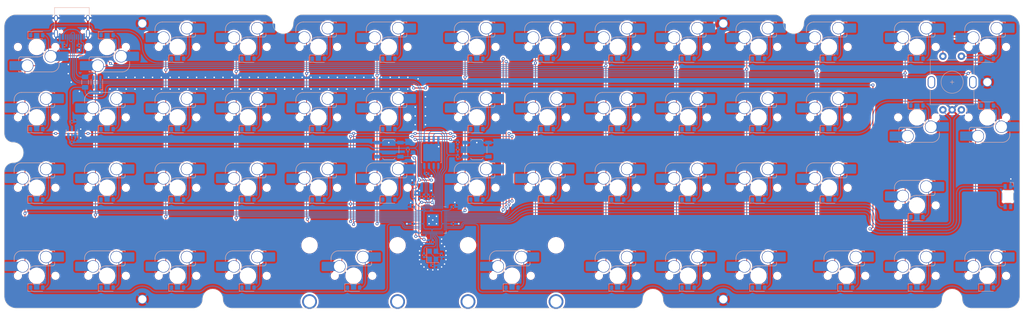
<source format=kicad_pcb>
(kicad_pcb (version 20221018) (generator pcbnew)
  (layers (0 "F.Cu" signal) (31 "B.Cu" signal) (34 "B.Paste" user) (35 "F.Paste" user) (36 "B.SilkS" user "B.Silkscreen") (37 "F.SilkS" user "F.Silkscreen") (38 "B.Mask" user) (39 "F.Mask" user) (44 "Edge.Cuts" user))
  (net 0 "")
  (net 1 "+5V")
  (net 2 "GND")
  (net 3 "+3V3")
  (net 4 "+1V1")
  (net 5 "Net-(C12-Pad2)")
  (net 6 "XIN")
  (net 7 "RGB")
  (net 8 "ROW0")
  (net 9 "Net-(D17-A)")
  (net 10 "Net-(D18-A)")
  (net 11 "Net-(D19-A)")
  (net 12 "Net-(D20-A)")
  (net 13 "Net-(D21-A)")
  (net 14 "Net-(D22-A)")
  (net 15 "Net-(D23-A)")
  (net 16 "Net-(D24-A)")
  (net 17 "Net-(D25-A)")
  (net 18 "Net-(D26-A)")
  (net 19 "Net-(D27-A)")
  (net 20 "Net-(D28-A)")
  (net 21 "ROW1")
  (net 22 "Net-(D29-A)")
  (net 23 "Net-(D30-A)")
  (net 24 "Net-(D31-A)")
  (net 25 "Net-(D32-A)")
  (net 26 "Net-(D33-A)")
  (net 27 "Net-(D34-A)")
  (net 28 "Net-(D35-A)")
  (net 29 "Net-(D36-A)")
  (net 30 "Net-(D37-A)")
  (net 31 "Net-(D38-A)")
  (net 32 "Net-(D39-A)")
  (net 33 "Net-(D40-A)")
  (net 34 "ROW2")
  (net 35 "Net-(D41-A)")
  (net 36 "Net-(D42-A)")
  (net 37 "Net-(D43-A)")
  (net 38 "Net-(D44-A)")
  (net 39 "Net-(D45-A)")
  (net 40 "Net-(D46-A)")
  (net 41 "Net-(D47-A)")
  (net 42 "Net-(D48-A)")
  (net 43 "Net-(D49-A)")
  (net 44 "Net-(D50-A)")
  (net 45 "Net-(D51-A)")
  (net 46 "Net-(D52-A)")
  (net 47 "ROW3")
  (net 48 "Net-(D53-A)")
  (net 49 "VCC")
  (net 50 "Net-(J1-CC1)")
  (net 51 "D+")
  (net 52 "D-")
  (net 54 "Net-(J1-CC2)")
  (net 56 "COL0")
  (net 57 "COL1")
  (net 58 "COL2")
  (net 59 "COL3")
  (net 60 "COL4")
  (net 61 "COL5")
  (net 62 "COL6")
  (net 63 "Net-(R3-Pad1)")
  (net 64 "QSPI_SS")
  (net 65 "Net-(SWR1-B)")
  (net 66 "RUN")
  (net 67 "Net-(U4-USB_DM)")
  (net 68 "Net-(U4-USB_DP)")
  (net 69 "XOUT")
  (net 70 "ENCB")
  (net 71 "ENCA")
  (net 72 "SWCLK")
  (net 73 "SWDIO")
  (net 76 "QSPI_D1")
  (net 77 "QSPI_D2")
  (net 78 "QSPI_D0")
  (net 79 "QSPI_CLK")
  (net 80 "QSPI_D3")
  (net 90 "Net-(D1-A)")
  (net 91 "Net-(D2-A)")
  (net 92 "Net-(D3-A)")
  (net 93 "Net-(D4-A)")
  (net 94 "Net-(D5-A)")
  (net 95 "Net-(D6-A)")
  (net 96 "Net-(D7-A)")
  (net 97 "ROW4")
  (net 98 "Net-(D8-A)")
  (net 99 "Net-(D9-A)")
  (net 100 "Net-(D10-A)")
  (net 101 "Net-(D11-A)")
  (net 102 "Net-(D12-A)")
  (net 103 "Net-(D13-A)")
  (net 104 "Net-(D14-A)")
  (net 105 "Net-(D15-A)")
  (net 106 "Net-(D16-A)")
  (net 107 "ROW5")
  (net 108 "ROW6")
  (net 109 "ROW7")
  (footprint "MountingHole:MountingHole_2.2mm_M2_Pad_TopOnly" (layer "F.Cu") (at 60.325 32.940625)
    (fp_text reference "H1" hide)
    (fp_text value "MountingHole_Pad")
  )
  (footprint "MountingHole:MountingHole_2.2mm_M2_Pad_TopOnly" (layer "F.Cu") (at 217.4875 32.940625)
    (fp_text reference "H2" hide)
    (fp_text value "MountingHole_Pad")
  )
  (footprint "MountingHole:MountingHole_2.2mm_M2_Pad_TopOnly" (layer "F.Cu") (at 217.4875 107.553125)
    (fp_text reference "H4" hide)
    (fp_text value "MountingHole_Pad")
  )
  (footprint "MountingHole:MountingHole_2.2mm_M2_Pad_TopOnly" (layer "F.Cu") (at 288.925 48.815625)
    (fp_text reference "H5" hide)
    (fp_text value "MountingHole_Pad")
  )
  (footprint "MountingHole:MountingHole_2.2mm_M2_Pad_TopOnly" (layer "F.Cu") (at 60.325 107.553125)
    (fp_text reference "H3" hide)
    (fp_text value "MountingHole_Pad")
  )
  (footprint "Diode_SMD:D_SOD-123" (layer "B.Cu") (at 31.75 80.565625)
    (fp_text reference "D29" hide)
    (fp_text value "D_Small")
  )
  (footprint "Diode_SMD:D_SOD-123" (layer "B.Cu") (at 88.9 80.565625)
    (fp_text reference "D32" hide)
    (fp_text value "D_Small")
  )
  (footprint "PCM_marbastlib-mx:SW_MX_HS_1u" (layer "B.Cu") (at 246.0625 58.340625 180)
    (fp_text reference "MX26" hide)
    (fp_text value "MX-NoLED" hide)
  )
  (footprint "Capacitor_SMD:C_0402_1005Metric" (layer "B.Cu") (at 144.4625 87.121875)
    (fp_text reference "C8" hide)
    (fp_text value "100n")
  )
  (footprint "PCM_marbastlib-mx:SW_MX_HS_1u" (layer "B.Cu") (at 107.95 77.390625 180)
    (fp_text reference "MX33" hide)
    (fp_text value "MX-NoLED" hide)
  )
  (footprint "Diode_SMD:D_SOD-123" (layer "B.Cu") (at 160.3375 104.378125)
    (fp_text reference "D47" hide)
    (fp_text value "D_Small")
  )
  (footprint "PCM_marbastlib-mx:SW_MX_HS_1u" (layer "B.Cu") (at 88.9 58.340625 180)
    (fp_text reference "MX18" hide)
    (fp_text value "MX-NoLED" hide)
  )
  (footprint "Diode_SMD:D_SOD-123" (layer "B.Cu") (at 227.0125 104.378125)
    (fp_text reference "D50" hide)
    (fp_text value "D_Small")
  )
  (footprint "PCM_marbastlib-mx:SW_MX_HS_1u" (layer "B.Cu") (at 117.475 101.203125 180)
    (fp_text reference "MX46" hide)
    (fp_text value "MX-NoLED" hide)
  )
  (footprint "PCM_marbastlib-mx:SW_MX_HS_1u" (layer "B.Cu") (at 269.875 101.203125 180)
    (fp_text reference "MX52" hide)
    (fp_text value "MX-NoLED" hide)
  )
  (footprint "Diode_SMD:D_SOD-123" (layer "B.Cu") (at 117.475 104.378125)
    (fp_text reference "D46" hide)
    (fp_text value "D_Small")
  )
  (footprint "Diode_SMD:D_SOD-123" (layer "B.Cu") (at 288.925 104.378125)
    (fp_text reference "D53" hide)
    (fp_text value "D_Small")
  )
  (footprint "Diode_SMD:D_SOD-123" (layer "B.Cu") (at 207.9625 42.465625)
    (fp_text reference "D10" hide)
    (fp_text value "D_Small")
  )
  (footprint "Capacitor_SMD:C_0402_1005Metric" (layer "B.Cu") (at 137.194375 73.546875)
    (fp_text reference "C3" hide)
    (fp_text value "100n")
  )
  (footprint "Capacitor_SMD:C_0402_1005Metric" (layer "B.Cu") (at 138.90625 92.075 -90)
    (fp_text reference "C15" hide)
    (fp_text value "100n")
  )
  (footprint "PCM_marbastlib-mx:SW_MX_HS_1u" (layer "B.Cu") (at 69.85 39.290625 180)
    (fp_text reference "MX3" hide)
    (fp_text value "MX-NoLED" hide)
  )
  (footprint "Diode_SMD:D_SOD-123" (layer "B.Cu") (at 188.9125 42.465625)
    (fp_text reference "D9" hide)
    (fp_text value "D_Small")
  )
  (footprint "Fuse:Fuse_1206_3216Metric" (layer "B.Cu") (at 44.846875 48.815625 -90)
    (fp_text reference "F1" hide)
    (fp_text value "Fuse_Small")
  )
  (footprint "PCM_marbastlib-mx:SW_MX_HS_1u" (layer "B.Cu") (at 150.8125 77.390625 180)
    (fp_text reference "MX35" hide)
    (fp_text value "MX-NoLED" hide)
  )
  (footprint "PCM_marbastlib-mx:SW_MX_HS_1u" (layer "B.Cu") (at 188.9125 77.390625 180)
    (fp_text reference "MX37" hide)
    (fp_text value "MX-NoLED" hide)
  )
  (footprint "Diode_SMD:D_SOD-123" (layer "B.Cu") (at 227.0125 80.565625)
    (fp_text reference "D39" hide)
    (fp_text value "D_Small")
  )
  (footprint "PCM_marbastlib-various:SOT-23-6-routable" (layer "B.Cu") (at 48.021875 48.815625 90)
    (fp_text reference "U2" hide)
    (fp_text value "SRV05-4")
  )
  (footprint "PCM_marbastlib-mx:SW_MX_HS_1u" (layer "B.Cu") (at 188.9125 39.290625 180)
    (fp_text reference "MX9" hide)
    (fp_text value "MX-NoLED" hide)
  )
  (footprint "Resistor_SMD:R_0402_1005Metric" (layer "B.Cu") (at 145.653125 69.05625 -90)
    (fp_text reference "R5" hide)
    (fp_text value "1k")
  )
  (footprint "PCM_marbastlib-mx:SW_MX_HS_1u" (layer "B.Cu") (at 169.8625 58.340625 180)
    (fp_text reference "MX22" hide)
    (fp_text value "MX-NoLED" hide)
  )
  (footprint "Package_DFN_QFN:QFN-56-1EP_7x7mm_P0.4mm_EP3.2x3.2mm" (layer "B.Cu") (at 138.90625 86.121875 180)
    (fp_text reference "U4" hide)
    (fp_text value "RP2040TR7")
  )
  (footprint "Resistor_SMD:R_0402_1005Metric" (layer "B.Cu") (at 137.696875 79.771875 90)
    (fp_text reference "R8" hide)
    (fp_text value "27")
  )
  (footprint "Resistor_SMD:R_0402_1005Metric" (layer "B.Cu") (at 132.159375 67.071875 -90)
    (fp_text reference "R6" hide)
    (fp_text value "5.1k")
  )
  (footprint "Diode_SMD:D_SOD-123" (layer "B.Cu") (at 288.925 55.165625)
    (fp_text reference "D28" hide)
    (fp_text value "D_Small")
  )
  (footprint "PCM_marbastlib-mx:SW_MX_HS_1u" (layer "B.Cu") (at 246.0625 77.390625 180)
    (fp_text reference "MX40" hide)
    (fp_text value "MX-NoLED" hide)
  )
  (footprint "Diode_SMD:D_SOD-123" (layer "B.Cu") (at 50.8 80.565625)
    (fp_text reference "D30" hide)
    (fp_text value "D_Small")
  )
  (footprint "Button_Switch_SMD:SW_SPST_TL3342" (layer "B.Cu") (at 150.8125 67.071875 180)
    (fp_text reference "SWR1" hide)
    (fp_text value "SW_SPST")
  )
  (footprint "PCM_marbastlib-mx:SW_MX_HS_1u" (layer "B.Cu") (at 127 77.390625 180)
    (fp_text reference "MX34" hide)
    (fp_text value "MX-NoLED" hide)
  )
  (footprint "PCM_marbastlib-mx:SW_MX_HS_1u" (layer "B.Cu") (at 288.925 39.290625 180)
    (fp_text reference "MX14" hide)
    (fp_text value "MX-NoLED" hide)
  )
  (footprint "Diode_SMD:D_SOD-123" (layer "B.Cu") (at 269.875 42.465625)
    (fp_text reference "D13" hide)
    (fp_text value "D_Small")
  )
  (footprint "Diode_SMD:D_SOD-123" (layer "B.Cu") (at 207.9625 61.515625)
    (fp_text reference "D24" hide)
    (fp_text value "D_Small")
  )
  (footprint "Diode_SMD:D_SOD-123" (layer "B.Cu") (at 69.85 42.465625)
    (fp_text reference "D3" hide)
    (fp_text value "D_Small")
  )
  (footprint "Capacitor_SMD:C_0402_1005Metric" (layer "B.Cu") (at 134.125 79.771875 90)
    (fp_text reference "C4" hide)
    (fp_text value "1u")
  )
  (footprint "Diode_SMD:D_SOD-123" (layer "B.Cu") (at 88.9 104.378125)
    (fp_text reference "D45" hide)
    (fp_text value "D_Small")
  )
  (footprint "Diode_SMD:D_SOD-123" (layer "B.Cu") (at 269.875 85.328125)
    (fp_text reference "D41" hide)
    (fp_text value "D_Small")
  )
  (footprint "PCM_marbastlib-mx:SW_MX_HS_1u" (layer "B.Cu") (at 246.0625 39.290625 180)
    (fp_text reference "MX12" hide)
    (fp_text value "MX-NoLED" hide)
  )
  (footprint "Rotary_Encoder:RotaryEncoder_Alps_EC11E-Switch_Vertical_H20mm" (layer "B.Cu") (at 279.4 48.815625 90)
    (fp_text reference "SW1" hide)
    (fp_text value "RotaryEncoder_Switch")
  )
  (footprint "Diode_SMD:D_SOD-123" (layer "B.Cu") (at 288.925 42.465625)
    (fp_text reference "D14" hide)
    (fp_text value "D_Small")
  )
  (footprint "Diode_SMD:D_SOD-123" (layer "B.Cu") (at 250.825 104.378125)
    (fp_text reference "D51" hide)
    (fp_text value "D_Small")
  )
  (footprint "PCM_marbastlib-mx:SW_MX_HS_1u" (layer "B.Cu") (at 250.825 101.203125 180)
    (fp_text reference "MX51" hide)
    (fp_text value "MX-NoLED" hide)
  )
  (footprint "PCM_marbastlib-mx:SW_MX_HS_1u" (layer "B.Cu") (at 69.85 101.203125 180)
    (fp_text reference "MX44" hide)
    (fp_text value "MX-NoLED" hide)
  )
  (footprint "Resistor_SMD:R_0402_1005Metric" (layer "B.Cu") (at 136.50625 79.771875 90)
    (fp_text reference "R7" hide)
    (fp_text value "27")
  )
  (footprint "PCM_marbastlib-mx:SW_MX_HS_1u" (layer "B.Cu") (at 188.9125 58.340625 180)
    (fp_text reference "MX23" hide)
    (fp_text value "MX-NoLED" hide)
  )
  (footprint "Resistor_SMD:R_0402_1005Metric" (layer "B.Cu") (at 145.653125 67.071875 90)
    (fp_text reference "R4" hide)
    (fp_text value "5.1k")
  )
  (footprint "Capacitor_SMD:C_0402_1005Metric" (layer "B.Cu") (at 41.275 65.0875)
    (fp_text reference "C2" hide)
    (fp_text value "1u")
  )
  (footprint "PCM_marbastlib-mx:SW_MX_HS_1u" (layer "B.Cu") (at 50.8 101.203125 180)
    (fp_text reference "MX43" hide)
    (fp_text value "MX-NoLED" hide)
  )
  (footprint "Diode_SMD:D_SOD-123" (layer "B.Cu") (at 207.9625 80.565625)
    (fp_text reference "D38" hide)
    (fp_text value "D_Small")
  )
  (footprint "Diode_SMD:D_SOD-123" (layer "B.Cu") (at 150.8125 61.515625)
    (fp_text reference "D21" hide)
    (fp_text value "D_Small")
  )
  (footprint "PCM_marbastlib-mx:SW_MX_HS_1u" (layer "B.Cu") (at 150.8125 58.340625 180)
    (fp_text reference "MX21" hide)
    (fp_text value "MX-NoLED" hide)
  )
  (footprint "PCM_marbastlib-mx:SW_MX_HS_1u" (layer "B.Cu") (at 107.95 39.290625 180)
    (fp_text reference "MX5" hide)
    (fp_text value "MX-NoLED" hide)
  )
  (footprint "PCM_marbastlib-mx:SW_MX_HS_1u" (layer "B.Cu") (at 288.925 58.340625)
    (fp_text reference "MX28" hide)
    (fp_text value "MX-NoLED" hide)
  )
  (footprint "PCM_marbastlib-mx:SW_MX_HS_1u" (layer "B.Cu") (at 169.8625 77.390625 180)
    (fp_text reference "MX36" hide)
    (fp_text value "MX-NoLED" hide)
  )
  (footprint "PCM_marbastlib-mx:SW_MX_HS_1u" (layer "B.Cu") (at 188.9125 101.203125 180)
    (fp_text reference "MX48" hide)
    (fp_text value "MX-NoLED" hide)
  )
  (footprint "PCM_marbastlib-mx:SW_MX_HS_1u" (layer "B.Cu") (at 88.9 39.290625 180)
    (fp_text reference "MX4" hide)
    (fp_text value "MX-NoLED" hide)
  )
  (footprint "PCM_marbastlib-mx:SW_MX_HS_1u" (layer "B.Cu") (at 150.8125 39.290625 180)
    (fp_text reference "MX7" hide)
    (fp_text value "MX-NoLED" hide)
  )
  (footprint "Capacitor_SMD:C_0402_1005Metric" (layer "B.Cu") (at 134.30625 76.521875 180)
    (fp_text reference "C14" hide)
    (fp_text value "10u")
  )
  (footprint "PCM_marbastlib-mx:SW_MX_HS_1u" (layer "B.Cu") (at 127 58.340625 180)
    (fp_text reference "MX20" hide)
    (fp_text value "MX-NoLED" hide)
  )
  (footprint "Diode_SMD:D_SOD-123" (layer "B.Cu") (at 188.9125 61.515625)
    (fp_text reference "D23" hide)
    (fp_text value "D_Small")
  )
  (footprint "Diode_SMD:D_SOD-123" (layer "B.Cu") (at 88.9 42.465625)
    (fp_text reference "D4" hide)
    (fp_text value "D_Small")
  )
  (footprint "Diode_SMD:D_SOD-123" (layer "B.Cu") (at 246.0625 80.565625)
    (fp_text reference "D40" hide)
    (fp_text value "D_Small")
  )
  (footprint "Diode_SMD:D_SOD-123" (layer "B.Cu") (at 169.8625 42.465625)
    (fp_text reference "D8" hide)
    (fp_text value "D_Small")
  )
  (footprint "Button_Switch_SMD:SW_SPST_TL3342" (layer "B.Cu") (at 127 67.071875 180)
    (fp_text reference "SWR2" hide)
    (fp_text value "SW_SPST")
  )
  (footprint "Diode_SMD:D_SOD-123" (layer "B.Cu") (at 227.0125 61.515625)
    (fp_text reference "D25" hide)
    (fp_text value "D_Small")
  )
  (footprint "Diode_SMD:D_SOD-123" (layer "B.Cu") (at 150.8125 80.565625)
    (fp_text reference "D35" hide)
    (fp_text value "D_Small")
  )
  (footprint "Diode_SMD:D_SOD-123" (layer "B.Cu") (at 31.75 36.115625)
    (fp_text reference "D1" hide)
    (fp_text value "D_Small")
  )
  (footprint "Resistor_SMD:R_0402_1005Metric" (layer "B.Cu") (at 39.290625 38.89375)
    (fp_text reference "R1" hide)
    (fp_text value "5.1k")
  )
  (footprint "PCM_marbastlib-mx:STAB_MX_P_2u" (layer "B.Cu") (at 160.3375 101.203125)
    (fp_text reference "S2" hide)
    (fp_text value "MX_stab")
  )
  (footprint "Package_TO_SOT_SMD:SOT-23" (layer "B.Cu") (at 41.275 62.309375 90)
    (fp_text reference "U1" hide)
    (fp_text value "XC6206PxxxMR")
  )
  (footprint "PCM_marbastlib-mx:SW_MX_HS_1u" (layer "B.Cu") (at 88.9 101.203125 180)
    (fp_text reference "MX45" hide)
    (fp_text value "MX-NoLED" hide)
  )
  (footprint "PCM_marbastlib-mx:SW_MX_HS_1u" (layer "B.Cu") (at 88.9 77.390625 180)
    (fp_text reference "MX32" hide)
    (fp_text value "MX-NoLED" hide)
  )
  (footprint "Connector_USB:USB_C_Receptacle_HRO_TYPE-C-31-M-12" (layer "B.Cu") (at 41.275 32.54375)
    (fp_text reference "J1" hide)
    (fp_text value "USB_C_Receptacle_USB2.0")
  )
  (footprint "Diode_SMD:D_SOD-123" (layer "B.Cu") (at 246.0625 42.465625)
    (fp_text reference "D12" hide)
    (fp_text value "D_Small")
  )
  (footprint "PCM_marbastlib-mx:SW_MX_HS_1u" (layer "B.Cu") (at 31.75 39.290625)
    (fp_text reference "MX1" hide)
    (fp_text value "MX-NoLED" hide)
  )
  (footprint "Capacitor_SMD:C_0402_1005Metric" (layer "B.Cu") (at 137.715625 92.075 -90)
    (fp_text reference "C7" hide)
    (fp_text value "100n")
  )
  (footprint "Diode_SMD:D_SOD-123" (layer "B.Cu") (at 169.8625 80.565625)
    (fp_text reference "D36" hide)
    (fp_text value "D_Small")
  )
  (footprint "PCM_marbastlib-mx:SW_MX_HS_1u" (layer "B.Cu") (at 227.0125 77.390625 180)
    (fp_text reference "MX39" hide)
    (fp_text value "MX-NoLED" hide)
  )
  (footprint "PCM_marbastlib-mx:SW_MX_HS_1u" (layer "B.Cu") (at 50.8 39.290625)
    (fp_text reference "MX2" hide)
    (fp_text value "MX-NoLED" hide)
  )
  (footprint "Capacitor_SMD:C_0402_1005Metric" (layer "B.Cu") (at 138.90625 98.425 180)
    (fp_text reference "C12" hide)
    (fp_text value "22p")
  )
  (footprint "Capacitor_SMD:C_0402_1005Metric" (layer "B.Cu") (at 41.275 59.53125)
    (fp_text reference "C1" hide)
    (fp_text value "1u")
  )
  (footprint "PCM_marbastlib-mx:SW_MX_HS_1u" (layer "B.Cu") (at 31.75 58.340625 180)
    (fp_text reference "MX15" hide)
    (fp_text value "MX-NoLED" hide)
  )
  (footprint "PCM_marbastlib-mx:SW_MX_HS_1u" (layer "B.Cu") (at 207.9625 39.290625 180)
    (fp_text reference "MX10" hide)
    (fp_text value "MX-NoLED" hide)
  )
  (footprint "Diode_SMD:D_SOD-123" (layer "B.Cu") (at 69.85 61.515625)
    (fp_text reference "D17" hide)
    (fp_text value "D_Small")
  )
  (footprint "Resistor_SMD:R_0402_1005Metric" (layer "B.Cu") (at 136.525 95.646875 90)
    (fp_text reference "R9" hide)
    (fp_text value "1k")
  )
  (footprint "PCM_marbastlib-mx:SW_MX_HS_1u" (layer "B.Cu") (at 69.85 58.340625 180)
    (fp_text reference "MX17" hide)
    (fp_text value "MX-NoLED" hide)
  )
  (footprint "PCM_marbastlib-mx:SW_MX_HS_1u" (layer "B.Cu") (at 50.8 77.390625 180)
    (fp_text reference "MX30" hide)
    (fp_text value "MX-NoLED" hide)
  )
  (footprint "Diode_SMD:D_SOD-123" (layer "B.Cu") (at 107.95 42.465625)
    (fp_text reference "D5" hide)
    (fp_text value "D_Small")
  )
  (footprint "Diode_SMD:D_SOD-123" (layer "B.Cu") (at 150.8125 42.465625)
    (fp_text reference "D7" hide)
    (fp_text value "D_Small")
  )
  (footprint "Capacitor_SMD:C_0402_1005Metric" (layer "B.Cu") (at 138.8875 79.771875 90)
    (fp_text reference "C6" hide)
    (fp_text value "100n")
  )
  (footprint "Diode_SMD:D_SOD-123" (layer "B.Cu") (at 50.8 36.115625)
    (fp_text reference "D2" hide)
    (fp_text value "D_Small")
  )
  (footprint "Diode_SMD:D_SOD-123" (layer "B.Cu") (at 169.8625 61.515625)
    (fp_text reference "D22" hide)
    (fp_text value "D_Small")
  )
  (footprint "Diode_SMD:D_SOD-123" (layer "B.Cu") (at 269.875 104.378125)
    (fp_text reference "D52" hide)
    (fp_text value "D_Small")
  )
  (footprint "Diode_SMD:D_SOD-123" (layer "B.Cu") (at 31.75 61.515625)
    (fp_text reference "D15" hide)
    (fp_text value "D_Small")
  )
  (footprint "PCM_marbastlib-mx:SW_MX_HS_1u" (layer "B.Cu") (at 207.9625 77.390625 180)
    (fp_text reference "MX38" hide)
    (fp_text value "MX-NoLED" hide)
  )
  (footprint "PCM_marbastlib-mx:SW_MX_HS_1u" (layer "B.Cu") (at 269.875 82.153125 180)
    (fp_text reference "MX41" hide)
    (fp_text value "MX-NoLED" hide)
  )
  (footprint "Diode_SMD:D_SOD-123" (layer "B.Cu") (at 107.95 80.565625)
    (fp_text reference "D33" hide)
    (fp_text value "D_Small")
  )
  (footprint "PCM_marbastlib-mx:SW_MX_HS_1u" (layer "B.Cu") (at 169.8625 39.290625 180)
    (fp_text reference "MX8" hide)
    (fp_text value "MX-NoLED" hide)
  )
  (footprint "PCM_marbastlib-mx:SW_MX_HS_1u" (layer "B.Cu") (at 227.0125 58.340625 180)
    (fp_text reference "MX25" hide)
    (fp_text value "MX-NoLED" hide)
  )
  (footprint "PCM_marbastlib-mx:SW_MX_HS_1u" (layer "B.Cu") (at 269.875 58.340625)
    (fp_text reference "MX27" hide)
    (fp_text value "MX-NoLED" hide)
  )
  (footprint "Capacitor_SMD:C_0402_1005Metric" (layer "B.Cu") (at 135.315625 79.771875 90)
    (fp_text reference "C5" hide)
    (fp_text value "1u")
  )
  (footprint "Diode_SMD:D_SOD-123" (layer "B.Cu") (at 50.8 61.515625)
    (fp_text reference "D16" hide)
    (fp_text value "D_Small")
  )
  (footprint "PCM_marbastlib-mx:SW_MX_HS_1u" (layer "B.Cu") (at 31.75 77.390625 180)
    (fp_text reference "MX29" hide)
    (fp_text value "MX-NoLED" hide)
  )
  (footprint "Diode_SMD:D_SOD-123" (layer "B.Cu") (at 31.75 104.378125)
    (fp_text reference "D42" hide)
    (fp_text value "D_Small")
  )
  (footprint "PCM_marbastlib-mx:SW_MX_HS_1u" (layer "B.Cu") (at 227.0125 39.290625 180)
    (fp_text reference "MX11" hide)
    (fp_text value "MX-NoLED" hide)
  )
  (footprint "PCM_marbastlib-mx:SW_MX_HS_1u" (layer "B.Cu") (at 269.875 39.290625 180)
    (fp_text reference "MX13" hide)
    (fp_text value "MX-NoLED" hide)
  )
  (footprint "PCM_marbastlib-mx:SW_MX_HS_1u" (layer "B.Cu") (at 288.925 101.203125 180)
    (fp_text reference "MX53" hide)
    (fp_text value "MX-NoLED" hide)
  )
  (footprint "Capacitor_SMD:C_0402_1005Metric" (layer "B.Cu") (at 144.4625 82.55)
    (fp_text reference "C10" hide)
    (fp_text value "100n")
  )
  (footprint "Resistor_SMD:R_0402_1005Metric" (layer "B.Cu") (at 145.653125 65.0875 90)
    (fp_text reference "R3" hide)
    (fp_text value "5.1k")
  )
  (footprint "Diode_SMD:D_SOD-123" (layer "B.Cu") (at 207.9625 104.378125)
    (fp_text reference "D49" hide)
    (fp_text value "D_Small")
  )
  (footprint "Diode_SMD:D_SOD-123" (layer "B.Cu") (at 127 42.465625)
    (fp_text reference "D6" hide)
    (fp_text value "D_Small")
  )
  (footprint "Diode_SMD:D_SOD-123" (layer "B.Cu") (at 127 61.515625)
    (fp_text reference "D20" hide)
    (fp_text value "D_Small")
  )
  (footprint "Diode_SMD:D_SOD-123" (layer "B.Cu") (at 188.9125 80.565625)
    (fp_text reference "D37" hide)
    (fp_text value "D_Small")
  )
  (footprint "Capacitor_SMD:C_0402_1005Metric" (layer "B.Cu") (at 133.35 87.121875 180)
    (fp_text reference "C9" hide)
    (fp_text value "100n")
  )
  (footprint "PCM_marbastlib-mx:SW_MX_HS_1u" (layer "B.Cu") (at 69.85 77.390625 180)
    (fp_text reference "MX31" hide)
    (fp_text value "MX-NoLED" hide)
  )
  (footprint "Diode_SMD:D_SOD-123" (layer "B.Cu") (at 69.85 80.565625)
    (fp_text reference "D31" hide)
    (fp_text value "D_Small")
  )
  (footprint "Capacitor_SMD:C_0402_1005Metric" (layer "B.Cu") (at 133.35 82.55 180)
    (fp_text reference "C11" hide)
    (fp_text value "100n")
  )
  (footprint "PCM_marbastlib-mx:SW_MX_HS_1u" (layer "B.Cu") (at 127 39.290625 180)
    (fp_text reference "MX6" hide)
    (fp_text value "MX-NoLED" hide)
  )
  (footprint "PCM_marbastlib-mx:SW_MX_HS_1u" (layer "B.Cu") (at 207.9625 58.340625 180)
    (fp_text reference "MX24" hide)
    (fp_text value "MX-NoLED" hide)
  )
  (footprint "Diode_SMD:D_SOD-123" (layer "B.Cu") (at 50.8 104.378125)
    (fp_text reference "D43" hide)
    (fp_text value "D_Small")
  )
  (footprint "Diode_SMD:D_SOD-123" (layer "B.Cu") (at 227.0125 42.465625)
    (fp_text reference "D11" hide)
    (fp_text value "D_Small")
  )
  (footprint "Capacitor_SMD:C_0402_1005Metric" (layer "B.Cu") (at 141.2875 95.646875 -90)
    (fp_text reference "C13" hide)
    (fp_text value "22p")
  )
  (footprint "Diode_SMD:D_SOD-123" (layer "B.Cu") (at 88.9 61.515625)
    (fp_text reference "D18" hide)
    (fp_text value "D_Small")
  )
  (footprint "PCM_marbastlib-mx:SW_MX_HS_1u" (layer "B.Cu") (at 207.9625 101.203125 180)
    (fp_text reference "MX49" hide)
    (fp_text value "MX-NoLED" hide)
  )
  (footprint "Resistor_SMD:R_0402_1005Metric" (layer "B.Cu") (at 43.259375 38.89375 180)
    (fp_text reference "R2" hide)
    (fp_text value "5.1k")
  )
  (footprint "Package_SO:SOIC-8_5.23x5.23mm_P1.27mm" (layer "B.Cu") (at 138.509375 67.865625 -90)
    (fp_text reference "U3" hide)
    (fp_text value "W25Q128JVS")
  )
  (footprint "Diode_SMD:D_SOD-123" (layer "B.Cu") (at 107.95 61.515625)
    (fp_text reference "D19" hide)
    (fp_text value "D_Small")
  )
  (footprint "PCM_marbastlib-mx:SW_MX_HS_1u" (layer "B.Cu") (at 107.95 58.340625 180)
    (fp_text reference "MX19" hide)
    (fp_text value "MX-NoLED" hide)
  )
  (footprint "Diode_SMD:D_SOD-123" (layer "B.Cu") (at 127 80.565625)
    (fp_text reference "D34" hide)
    (fp_text value "D_Small")
  )
  (footprint "PCM_marbastlib-various:LED_6028R" (layer "B.Cu") (at 294.48125 79.771875 -90)
    (fp_text reference "LED1" hide)
    (fp_text value "SK6812MINI-E" hide)
    (fp_line (start -1.699999 0.702843) (end -1.699999 -0.702841) (stroke (width 0.1)) (layer "Edge.Cuts"))
    (fp_line (start -0.794452 -1.499999) (end 0.794452 -1.499999) (stroke (width 0.1)) (layer "Edge.Cuts"))
    (fp_line (start 0.794452 1.5) (end -0.794453 1.5) (stroke (width 0.1)) (layer "Edge.Cuts"))
    (fp_line (start 1.699999 -0.702841) (end 1.699999 0.702843) (stroke (width 0.1)) (layer "Edge.Cuts"))
    (fp_arc (start -1.749484 -0.919719) (mid -1.712527 -0.814067) (end -1.699999 -0.702841) (stroke (width 0.1)) (layer "Edge.Cuts"))
    (fp_arc (start -1.749484 -0.919718) (mid -1.638072 -1.504034) (end -1.046711 -1.568298) (stroke (width 0.1)) (layer "Edge.Cuts"))
    (fp_arc (start -1.699999 0.702844) (mid -1.712527 0.814069) (end -1.749484 0.919721) (stroke (width 0.1)) (layer "Edge.Cuts"))
    (fp_arc (start -1.046711 1.568299) (mid -1.638071 1.504036) (end -1.749484 0.919721) (stroke (width 0.1)) (layer "Edge.Cuts"))
    (fp_arc (start -1.046711 1.568299) (mid -0.925123 1.517377) (end -0.794453 1.5) (stroke (width 0.1)) (layer "Edge.Cuts"))
    (fp_arc (start -0.794452 -1.499999) (mid -0.925123 -1.517376) (end -1.046711 -1.568298) (stroke (width 0.1)) (layer "Edge.Cuts"))
    (fp_arc (start 0.794453 1.500001) (mid 0.925123 1.517378) (end 1.046711 1.5683) (stroke (width 0.1)) (layer "Edge.Cuts"))
    (fp_arc (start 1.04671 -1.568298) (mid 0.925122 -1.517376) (end 0.794452 -1.499999) (stroke (width 0.1)) (layer "Edge.Cuts"))
    (fp_arc (start 1.046711 -1.568296) (mid 1.63807 -1.504033) (end 1.749484 -0.919719) (stroke (width 0.1)) (layer "Edge.Cuts"))
    (fp_arc (start 1.699999 -0.702842) (mid 1.712536 -0.814064) (end 1.749484 -0.919719) (stroke (width 0.1)) (layer "Edge.Cuts"))
    (fp_arc (start 1.749484 0.919721) (mid 1.638072 1.504036) (end 1.046711 1.5683) (stroke (width 0.1)) (layer "Edge.Cuts"))
    (fp_arc (start 1.749484 0.919721) (mid 1.712526 0.814069) (end 1.699999 0.702843) (stroke (width 0.1)) (layer "Edge.Cuts"))
  )
  (footprint "PCM_marbastlib-mx:SW_MX_HS_1u" (layer "B.Cu") (at 160.3375 101.203125 180)
    (fp_text reference "MX47" hide)
    (fp_text value "MX-NoLED" hide)
  )
  (footprint "PCM_marbastlib-mx:STAB_MX_P_2u" (layer "B.Cu") (at 117.475 101.203125)
    (fp_text reference "S1" hide)
    (fp_text value "MX_stab")
  )
  (footprint "Crystal:Crystal_SMD_3225-4Pin_3.2x2.5mm" (layer "B.Cu") (at 138.90625 95.646875 90)
    (fp_text reference "Y1" hide)
    (fp_text value "Crystal_GND24_Small")
  )
  (footprint "Diode_SMD:D_SOD-123" (layer "B.Cu") (at 69.85 104.378125)
    (fp_text reference "D44" hide)
    (fp_text value "D_Small")
  )
  (footprint "PCM_marbastlib-mx:SW_MX_HS_1u" (layer "B.Cu") (at 50.8 58.340625 180)
    (fp_text reference "MX16" hide)
    (fp_text value "MX-NoLED" hide)
  )
  (footprint "PCM_marbastlib-mx:SW_MX_HS_1u" (layer "B.Cu") (at 31.75 101.203125 180)
    (fp_text reference "MX42" hide)
    (fp_text value "MX-NoLED" hide)
  )
  (footprint "Diode_SMD:D_SOD-123" (layer "B.Cu") (at 188.9125 104.378125)
    (fp_text reference "D48" hide)
    (fp_text value "D_Small")
  )
  (footprint "Diode_SMD:D_SOD-123" (layer "B.Cu") (at 246.0625 61.515625)
    (fp_text reference "D26" hide)
    (fp_text value "D_Small")
  )
  (footprint "Diode_SMD:D_SOD-123" (layer "B.Cu") (at 269.875 55.165625)
    (fp_text reference "D27" hide)
    (fp_text value "D_Small")
  )
  (footprint "PCM_marbastlib-mx:SW_MX_HS_1u" (layer "B.Cu") (at 227.0125 101.203125 180)
    (fp_text reference "MX50" hide)
    (fp_text value "MX-NoLED" hide)
  )
  (gr_arc (start 76.596875 107.553125) (mid 79.375 104.775) (end 82.153125 107.553125) (stroke (width 0.1)) (layer "Edge.Cuts"))
  (gr_line (start 23.01875 62.70625) (end 23.01875 33.734375) (stroke (width 0.1)) (layer "Edge.Cuts"))
  (gr_arc (start 276.621875 107.553125) (mid 275.924423 109.236923) (end 274.240625 109.934375) (stroke (width 0.1)) (layer "Edge.Cuts"))
  (gr_line (start 26.19375 30.559375) (end 93.265625 30.559375) (stroke (width 0.1)) (layer "Edge.Cuts"))
  (gr_line (start 297.65625 33.734375) (end 297.65625 106.759375) (stroke (width 0.1)) (layer "Edge.Cuts"))
  (gr_arc (start 195.659375 107.553125) (mid 194.961923 109.236923) (end 193.278125 109.934375) (stroke (width 0.1)) (layer "Edge.Cuts"))
  (gr_arc (start 76.596875 107.553125) (mid 75.899423 109.236923) (end 74.215625 109.934375) (stroke (width 0.1)) (layer "Edge.Cuts"))
  (gr_arc (start 25.4 65.0875) (mid 28.178125 67.865625) (end 25.4 70.64375) (stroke (width 0.1)) (layer "Edge.Cuts"))
  (gr_line (start 241.696875 30.559375) (end 294.48125 30.559375) (stroke (width 0.1)) (layer "Edge.Cuts"))
  (gr_arc (start 239.315625 32.940625) (mid 240.013077 31.256827) (end 241.696875 30.559375) (stroke (width 0.1)) (layer "Edge.Cuts"))
  (gr_arc (start 23.01875 33.734375) (mid 23.948686 31.489311) (end 26.19375 30.559375) (stroke (width 0.1)) (layer "Edge.Cuts"))
  (gr_arc (start 297.65625 106.759375) (mid 296.726314 109.004439) (end 294.48125 109.934375) (stroke (width 0.1)) (layer "Edge.Cuts"))
  (gr_line (start 274.240625 109.934375) (end 203.596875 109.934375) (stroke (width 0.1)) (layer "Edge.Cuts"))
  (gr_arc (start 26.19375 109.934375) (mid 23.948686 109.004439) (end 23.01875 106.759375) (stroke (width 0.1)) (layer "Edge.Cuts"))
  (gr_line (start 103.584375 30.559375) (end 231.378125 30.559375) (stroke (width 0.1)) (layer "Edge.Cuts"))
  (gr_line (start 74.215625 109.934375) (end 26.19375 109.934375) (stroke (width 0.1)) (layer "Edge.Cuts"))
  (gr_arc (start 276.621875 107.553125) (mid 279.4 104.775) (end 282.178125 107.553125) (stroke (width 0.1)) (layer "Edge.Cuts"))
  (gr_arc (start 93.265625 30.559375) (mid 94.949423 31.256827) (end 95.646875 32.940625) (stroke (width 0.1)) (layer "Edge.Cuts"))
  (gr_arc (start 203.596875 109.934375) (mid 201.913077 109.236923) (end 201.215625 107.553125) (stroke (width 0.1)) (layer "Edge.Cuts"))
  (gr_arc (start 284.559375 109.934375) (mid 282.875577 109.236923) (end 282.178125 107.553125) (stroke (width 0.1)) (layer "Edge.Cuts"))
  (gr_line (start 23.01875 106.759375) (end 23.01875 73.025) (stroke (width 0.1)) (layer "Edge.Cuts"))
  (gr_arc (start 25.4 65.0875) (mid 23.716202 64.390048) (end 23.01875 62.70625) (stroke (width 0.1)) (layer "Edge.Cuts"))
  (gr_line (start 84.534375 109.934375) (end 193.278125 109.934375) (stroke (width 0.1)) (layer "Edge.Cuts"))
  (gr_arc (start 231.378125 30.559375) (mid 233.061923 31.256827) (end 233.759375 32.940625) (stroke (width 0.1)) (layer "Edge.Cuts"))
  (gr_arc (start 195.659375 107.553125) (mid 198.4375 104.775) (end 201.215625 107.553125) (stroke (width 0.1)) (layer "Edge.Cuts"))
  (gr_arc (start 101.203125 32.940625) (mid 98.425 35.71875) (end 95.646875 32.940625) (stroke (width 0.1)) (layer "Edge.Cuts"))
  (gr_arc (start 23.01875 73.025) (mid 23.716202 71.341202) (end 25.4 70.64375) (stroke (width 0.1)) (layer "Edge.Cuts"))
  (gr_arc (start 84.534375 109.934375) (mid 82.850577 109.236923) (end 82.153125 107.553125) (stroke (width 0.1)) (layer "Edge.Cuts"))
  (gr_arc (start 101.203125 32.940625) (mid 101.900577 31.256827) (end 103.584375 30.559375) (stroke (width 0.1)) (layer "Edge.Cuts"))
  (gr_line (start 284.559375 109.934375) (end 294.48125 109.934375) (stroke (width 0.1)) (layer "Edge.Cuts"))
  (gr_arc (start 239.315625 32.940625) (mid 236.5375 35.71875) (end 233.759375 32.940625) (stroke (width 0.1)) (layer "Edge.Cuts"))
  (gr_arc (start 294.48125 30.559375) (mid 296.726314 31.489311) (end 297.65625 33.734375) (stroke (width 0.1)) (layer "Edge.Cuts"))
  (segment (start 257.96875 49.609375) (end 257.96875 87.709375) (width 0.25) (layer "F.Cu") (net 1))
  (segment (start 133.746875 50.403125) (end 136.921875 50.403125) (width 0.25) (layer "F.Cu") (net 1))
  (via (at 257.175 88.503125) (size 0.8) (drill 0.4) (layers "F.Cu" "B.Cu") (net 1))
  (via (at 257.96875 49.609375) (size 0.8) (drill 0.4) (layers "F.Cu" "B.Cu") (net 1))
  (via (at 133.746875 50.403125) (size 0.8) (drill 0.4) (layers "F.Cu" "B.Cu") (net 1))
  (via (at 136.921875 50.403125) (size 0.8) (drill 0.4) (layers "F.Cu" "B.Cu") (net 1))
  (arc (start 257.96875 87.709375) (mid 257.736266 88.270641) (end 257.175 88.503125) (width 0.25) (layer "F.Cu") (net 1))
  (segment (start 44.846875 50.215625) (end 42.25625 50.215625) (width 0.25) (layer "B.Cu") (net 1))
  (segment (start 281.384375 86.121875) (end 281.384375 78.978125) (width 0.25) (layer "B.Cu") (net 1))
  (segment (start 260.049423 89.69375) (end 277.8125 89.69375) (width 0.25) (layer "B.Cu") (net 1))
  (segment (start 137.715625 49.609375) (end 257.96875 49.609375) (width 0.25) (layer "B.Cu") (net 1))
  (segment (start 51.59375 49.609375) (end 132.953125 49.609375) (width 0.25) (layer "B.Cu") (net 1))
  (segment (start 40.795 51.676875) (end 40.795 59.53125) (width 0.25) (layer "B.Cu") (net 1))
  (segment (start 50.403125 51.59375) (end 50.403125 50.8) (width 0.25) (layer "B.Cu") (net 1))
  (segment (start 292.89375 82.55) (end 293.678125 82.55) (width 0.25) (layer "B.Cu") (net 1))
  (segment (start 46.434375 52.784375) (end 49.2125 52.784375) (width 0.25) (layer "B.Cu") (net 1))
  (segment (start 44.846875 50.215625) (end 44.846875 51.196875) (width 0.25) (layer "B.Cu") (net 1))
  (segment (start 282.575 77.7875) (end 290.909375 77.7875) (width 0.25) (layer "B.Cu") (net 1))
  (segment (start 292.1 78.978125) (end 292.1 81.75625) (width 0.25) (layer "B.Cu") (net 1))
  (segment (start 40.795 59.53125) (end 40.795 60.124319) (width 0.25) (layer "B.Cu") (net 1))
  (arc (start 40.795 60.124319) (mid 40.816603 60.232927) (end 40.878125 60.325) (width 0.25) (layer "B.Cu") (net 1))
  (arc (start 257.175 88.503125) (mid 258.493796 89.384317) (end 260.049423 89.69375) (width 0.25) (layer "B.Cu") (net 1))
  (arc (start 40.878125 60.325) (mid 41.171855 60.764599) (end 41.275 61.283141) (width 0.25) (layer "B.Cu") (net 1))
  (arc (start 277.8125 89.69375) (mid 280.338197 88.647572) (end 281.384375 86.121875) (width 0.25) (layer "B.Cu") (net 1))
  (arc (start 281.384375 78.978125) (mid 281.733101 78.136226) (end 282.575 77.7875) (width 0.25) (layer "B.Cu") (net 1))
  (arc (start 292.1 81.75625) (mid 292.332484 82.317516) (end 292.89375 82.55) (width 0.25) (layer "B.Cu") (net 1))
  (arc (start 50.403125 50.8) (mid 50.751851 49.958101) (end 51.59375 49.609375) (width 0.25) (layer "B.Cu") (net 1))
  (arc (start 290.909375 77.7875) (mid 291.751274 78.136226) (end 292.1 78.978125) (width 0.25) (layer "B.Cu") (net 1))
  (arc (start 49.2125 52.784375) (mid 50.054399 52.435649) (end 50.403125 51.59375) (width 0.25) (layer "B.Cu") (net 1))
  (arc (start 44.846875 51.196875) (mid 45.311843 52.319407) (end 46.434375 52.784375) (width 0.25) (layer "B.Cu") (net 1))
  (arc (start 136.921875 50.403125) (mid 137.154359 49.841859) (end 137.715625 49.609375) (width 0.25) (layer "B.Cu") (net 1))
  (arc (start 42.25625 50.215625) (mid 41.22299 50.643615) (end 40.795 51.676875) (width 0.25) (layer "B.Cu") (net 1))
  (arc (start 132.953125 49.609375) (mid 133.514391 49.841859) (end 133.746875 50.403125) (width 0.25) (layer "B.Cu") (net 1))
  (via (at 65.484375 47.521875) (size 0.8) (drill 0.4) (layers "F.Cu" "B.Cu") (net 2))
  (via (at 136.921875 52.784375) (size 0.8) (drill 0.4) (layers "F.Cu" "B.Cu") (net 2))
  (via (at 132.953125 81.359375) (size 0.8) (drill 0.4) (layers "F.Cu" "B.Cu") (net 2))
  (via (at 108.346875 47.521875) (size 0.8) (drill 0.4) (layers "F.Cu" "B.Cu") (net 2))
  (via (at 137.90625 87.121875) (size 0.8) (drill 0.4) (layers "F.Cu" "B.Cu") (net 2))
  (via (at 70.246875 50.696875) (size 0.8) (drill 0.4) (layers "F.Cu" "B.Cu") (net 2))
  (via (at 136.921875 60.325) (size 0.8) (drill 0.4) (layers "F.Cu" "B.Cu") (net 2))
  (via (at 89.296875 50.696875) (size 0.8) (drill 0.4) (layers "F.Cu" "B.Cu") (net 2))
  (via (at 105.965625 50.696875) (size 0.8) (drill 0.4) (layers "F.Cu" "B.Cu") (net 2))
  (via (at 72.628125 47.521875) (size 0.8) (drill 0.4) (layers "F.Cu" "B.Cu") (net 2))
  (via (at 141.2875 98.821875) (size 0.8) (drill 0.4) (layers "F.Cu" "B.Cu") (net 2))
  (via (at 98.821875 47.521875) (size 0.8) (drill 0.4) (layers "F.Cu" "B.Cu") (net 2))
  (via (at 127.396875 47.521875) (size 0.8) (drill 0.4) (layers "F.Cu" "B.Cu") (net 2))
  (via (at 40.30625 44.053125) (size 0.8) (drill 0.4) (layers "F.Cu" "B.Cu") (net 2))
  (via (at 75.009375 47.521875) (size 0.8) (drill 0.4) (layers "F.Cu" "B.Cu") (net 2))
  (via (at 140.30625 99.521875) (size 0.8) (drill 0.4) (layers "F.Cu" "B.Cu") (net 2))
  (via (at 145.90625 87.121875) (size 0.8) (drill 0.4) (layers "F.Cu" "B.Cu") (net 2))
  (via (at 101.203125 50.696875) (size 0.8) (drill 0.4) (layers "F.Cu" "B.Cu") (net 2))
  (via (at 86.915625 50.696875) (size 0.8) (drill 0.4) (layers "F.Cu" "B.Cu") (net 2))
  (via (at 65.484375 50.696875) (size 0.8) (drill 0.4) (layers "F.Cu" "B.Cu") (net 2))
  (via (at 53.578125 50.696875) (size 0.8) (drill 0.4) (layers "F.Cu" "B.Cu") (net 2))
  (via (at 113.109375 50.696875) (size 0.8) (drill 0.4) (layers "F.Cu" "B.Cu") (net 2))
  (via (at 91.678125 47.521875) (size 0.8) (drill 0.4) (layers "F.Cu" "B.Cu") (net 2))
  (via (at 134.14375 57.94375) (size 0.8) (drill 0.4) (layers "F.Cu" "B.Cu") (net 2))
  (via (at 43.259375 40.084375) (size 0.8) (drill 0.4) (layers "F.Cu" "B.Cu") (net 2))
  (via (at 142.08125 98.028125) (size 0.8) (drill 0.4) (layers "F.Cu" "B.Cu") (net 2))
  (via (at 125.015625 47.521875) (size 0.8) (drill 0.4) (layers "F.Cu" "B.Cu") (net 2))
  (via (at 98.821875 50.696875) (size 0.8) (drill 0.4) (layers "F.Cu" "B.Cu") (net 2))
  (via (at 58.340625 47.521875) (size 0.8) (drill 0.4) (layers "F.Cu" "B.Cu") (net 2))
  (via (at 103.584375 47.521875) (size 0.8) (drill 0.4) (layers "F.Cu" "B.Cu") (net 2))
  (via (at 139.90625 87.121875) (size 0.8) (drill 0.4) (layers "F.Cu" "B.Cu") (net 2))
  (via (at 63.103125 50.696875) (size 0.8) (drill 0.4) (layers "F.Cu" "B.Cu") (net 2))
  (via (at 86.915625 47.521875) (size 0.8) (drill 0.4) (layers "F.Cu" "B.Cu") (net 2))
  (via (at 94.059375 47.521875) (size 0.8) (drill 0.4) (layers "F.Cu" "B.Cu") (net 2))
  (via (at 55.959375 50.696875) (size 0.8) (drill 0.4) (layers "F.Cu" "B.Cu") (net 2))
  (via (at 55.959375 47.521875) (size 0.8) (drill 0.4) (layers "F.Cu" "B.Cu") (net 2))
  (via (at 63.103125 47.521875) (size 0.8) (drill 0.4) (layers "F.Cu" "B.Cu") (net 2))
  (via (at 134.14375 60.325) (size 0.8) (drill 0.4) (layers "F.Cu" "B.Cu") (net 2))
  (via (at 135.73125 98.028125) (size 0.8) (drill 0.4) (layers "F.Cu" "B.Cu") (net 2))
  (via (at 120.253125 47.521875) (size 0.8) (drill 0.4) (layers "F.Cu" "B.Cu") (net 2))
  (via (at 135.334375 95.646875) (size 0.8) (drill 0.4) (layers "F.Cu" "B.Cu") (net 2))
  (via (at 96.440625 50.696875) (size 0.8) (drill 0.4) (layers "F.Cu" "B.Cu") (net 2))
  (via (at 135.30625 78.121875) (size 0.8) (drill 0.4) (layers "F.Cu" "B.Cu") (net 2))
  (via (at 144.859375 81.359375) (size 0.8) (drill 0.4) (layers "F.Cu" "B.Cu") (net 2))
  (via (at 132.159375 50.696875) (size 0.8) (drill 0.4) (layers "F.Cu" "B.Cu") (net 2))
  (via (at 134.14375 55.5625) (size 0.8) (drill 0.4) (layers "F.Cu" "B.Cu") (net 2))
  (via (at 142.478125 96.8375) (size 0.8) (drill 0.4) (layers "F.Cu" "B.Cu") (net 2))
  (via (at 132.159375 47.521875) (size 0.8) (drill 0.4) (layers "F.Cu" "B.Cu") (net 2))
  (via (at 60.721875 47.521875) (size 0.8) (drill 0.4) (layers "F.Cu" "B.Cu") (net 2))
  (via (at 295.275 75.009375) (size 0.8) (drill 0.4) (layers "F.Cu" "B.Cu") (net 2))
  (via (at 103.584375 50.696875) (size 0.8) (drill 0.4) (layers "F.Cu" "B.Cu") (net 2))
  (via (at 110.728125 47.521875) (size 0.8) (drill 0.4) (layers "F.Cu" "B.Cu") (net 2))
  (via (at 105.965625 47.521875) (size 0.8) (drill 0.4) (layers "F.Cu" "B.Cu") (net 2))
  (via (at 115.490625 50.696875) (size 0.8) (drill 0.4) (layers "F.Cu" "B.Cu") (net 2))
  (via (at 140.49375 66.278125) (size 0.8) (drill 0.4) (layers "F.Cu" "B.Cu") (net 2))
  (via (at 135.334375 96.8375) (size 0.8) (drill 0.4) (layers "F.Cu" "B.Cu") (net 2))
  (via (at 75.009375 50.696875) (size 0.8) (drill 0.4) (layers "F.Cu" "B.Cu") (net 2))
  (via (at 53.578125 47.521875) (size 0.8) (drill 0.4) (layers "F.Cu" "B.Cu") (net 2))
  (via (at 131.90625 87.121875) (size 0.8) (drill 0.4) (layers "F.Cu" "B.Cu") (net 2))
  (via (at 120.253125 50.696875) (size 0.8) (drill 0.4) (layers "F.Cu" "B.Cu") (net 2))
  (via (at 142.478125 95.646875) (size 0.8) (drill 0.4) (layers "F.Cu" "B.Cu") (net 2))
  (via (at 41.1 48.815625) (size 0.8) (drill 0.4) (layers "F.Cu" "B.Cu") (net 2))
  (via (at 115.490625 47.521875) (size 0.8) (drill 0.4) (layers "F.Cu" "B.Cu") (net 2))
  (via (at 117.871875 47.521875) (size 0.8) (drill 0.4) (layers "F.Cu" "B.Cu") (net 2))
  (via (at 139.90625 85.121875) (size 0.8) (drill 0.4) (layers "F.Cu" "B.Cu") (net 2))
  (via (at 141.2875 91.28125) (size 0.8) (drill 0.4) (layers "F.Cu" "B.Cu") (net 2))
  (via (at 125.015625 50.696875) (size 0.8) (drill 0.4) (layers "F.Cu" "B.Cu") (net 2))
  (via (at 67.865625 50.696875) (size 0.8) (drill 0.4) (layers "F.Cu" "B.Cu") (net 2))
  (via (at 96.440625 47.521875) (size 0.8) (drill 0.4) (layers "F.Cu" "B.Cu") (net 2))
  (via (at 137.50625 99.521875) (size 0.8) (drill 0.4) (layers "F.Cu" "B.Cu") (net 2))
  (via (at 136.525 98.821875) (size 0.8) (drill 0.4) (layers "F.Cu" "B.Cu") (net 2))
  (via (at 60.721875 50.696875) (size 0.8) (drill 0.4) (layers "F.Cu" "B.Cu") (net 2))
  (via (at 79.771875 47.521875) (size 0.8) (drill 0.4) (layers "F.Cu" "B.Cu") (net 2))
  (via (at 108.346875 50.696875) (size 0.8) (drill 0.4) (layers "F.Cu" "B.Cu") (net 2))
  (via (at 135.334375 94.45625) (size 0.8) (drill 0.4) (layers "F.Cu" "B.Cu") (net 2))
  (via (at 122.634375 47.521875) (size 0.8) (drill 0.4) (layers "F.Cu" "B.Cu") (net 2))
  (via (at 142.478125 94.45625) (size 0.8) (drill 0.4) (layers "F.Cu" "B.Cu") (net 2))
  (via (at 136.525 92.471875) (size 0.8) (drill 0.4) (layers "F.Cu" "B.Cu") (net 2))
  (via (at 84.534375 50.696875) (size 0.8) (drill 0.4) (layers "F.Cu" "B.Cu") (net 2))
  (via (at 43.65625 61.515625) (size 0.8) (drill 0.4) (layers "F.Cu" "B.Cu") (net 2))
  (via (at 94.059375 50.696875) (size 0.8) (drill 0.4) (layers "F.Cu" "B.Cu") (net 2))
  (via (at 77.390625 47.521875) (size 0.8) (drill 0.4) (layers "F.Cu" "B.Cu") (net 2))
  (via (at 135.73125 93.265625) (size 0.8) (drill 0.4) (layers "F.Cu" "B.Cu") (net 2))
  (via (at 129.778125 47.521875) (size 0.8) (drill 0.4) (layers "F.Cu" "B.Cu") (net 2))
  (via (at 137.90625 85.121875) (size 0.8) (drill 0.4) (layers "F.Cu" "B.Cu") (net 2))
  (via (at 77.390625 50.696875) (size 0.8) (drill 0.4) (layers "F.Cu" "B.Cu") (net 2))
  (via (at 84.534375 47.521875) (size 0.8) (drill 0.4) (layers "F.Cu" "B.Cu") (net 2))
  (via (at 58.340625 50.696875) (size 0.8) (drill 0.4) (layers "F.Cu" "B.Cu") (net 2))
  (via (at 82.153125 50.696875) (size 0.8) (drill 0.4) (layers "F.Cu" "B.Cu") (net 2))
  (via (at 138.554937 74.147841) (size 0.8) (drill 0.4) (layers "F.Cu" "B.Cu") (net 2))
  (via (at 79.771875 50.696875) (size 0.8) (drill 0.4) (layers "F.Cu" "B.Cu") (net 2))
  (via (at 91.678125 50.696875) (size 0.8) (drill 0.4) (layers "F.Cu" "B.Cu") (net 2))
  (via (at 70.246875 47.521875) (size 0.8) (drill 0.4) (layers "F.Cu" "B.Cu") (net 2))
  (via (at 101.203125 47.521875) (size 0.8) (drill 0.4) (layers "F.Cu" "B.Cu") (net 2))
  (via (at 150.8125 65.171875) (size 0.8) (drill 0.4) (layers "F.Cu" "B.Cu") (net 2))
  (via (at 48.815625 51.59375) (size 0.8) (drill 0.4) (layers "F.Cu" "B.Cu") (net 2))
  (via (at 122.634375 50.696875) (size 0.8) (drill 0.4) (layers "F.Cu" "B.Cu") (net 2))
  (via (at 127.396875 50.696875) (size 0.8) (drill 0.4) (layers "F.Cu" "B.Cu") (net 2))
  (via (at 40.30625 46.521875) (size 0.8) (drill 0.4) (layers "F.Cu" "B.Cu") (net 2))
  (via (at 117.871875 50.696875) (size 0.8) (drill 0.4) (layers "F.Cu" "B.Cu") (net 2))
  (via (at 51.196875 47.521875) (size 0.8) (drill 0.4) (layers "F.Cu" "B.Cu") (net 2))
  (via (at 82.153125 47.521875) (size 0.8) (drill 0.4) (layers "F.Cu" "B.Cu") (net 2))
  (via (at 138.90625 99.615625) (size 0.8) (drill 0.4) (layers "F.Cu" "B.Cu") (net 2))
  (via (at 138.50625 78.121875) (size 0.8) (drill 0.4) (layers "F.Cu" "B.Cu") (net 2))
  (via (at 141.2875 92.471875) (size 0.8) (drill 0.4) (layers "F.Cu" "B.Cu") (net 2))
  (via (at 129.778125 50.696875) (size 0.8) (drill 0.4) (layers "F.Cu" "B.Cu") (net 2))
  (via (at 136.921875 55.5625) (size 0.8) (drill 0.4) (layers "F.Cu" "B.Cu") (net 2))
  (via (at 113.109375 47.521875) (size 0.8) (drill 0.4) (layers "F.Cu" "B.Cu") (net 2))
  (via (at 138.90625 86.121875) (size 0.8) (drill 0.4) (layers "F.Cu" "B.Cu") (net 2))
  (via (at 72.628125 50.696875) (size 0.8) (drill 0.4) (layers "F.Cu" "B.Cu") (net 2))
  (via (at 89.296875 47.521875) (size 0.8) (drill 0.4) (layers "F.Cu" "B.Cu") (net 2))
  (via (at 43.30625 51.321875) (size 0.8) (drill 0.4) (layers "F.Cu" "B.Cu") (net 2))
  (via (at 134.9375 47.91875) (size 0.8) (drill 0.4) (layers "F.Cu" "B.Cu") (net 2))
  (via (at 67.865625 47.521875) (size 0.8) (drill 0.4) (layers "F.Cu" "B.Cu") (net 2))
  (via (at 110.728125 50.696875) (size 0.8) (drill 0.4) (layers "F.Cu" "B.Cu") (net 2))
  (via (at 136.921875 57.94375) (size 0.8) (drill 0.4) (layers "F.Cu" "B.Cu") (net 2))
  (via (at 40.564196 39.807311) (size 0.8) (drill 0.4) (layers "F.Cu" "B.Cu") (net 2))
  (via (at 133.30625 75.321875) (size 0.8) (drill 0.4) (layers "F.Cu" "B.Cu") (net 2))
  (via (at 142.08125 93.265625) (size 0.8) (drill 0.4) (layers "F.Cu" "B.Cu") (net 2))
  (via (at 127 65.171875) (size 0.8) (drill 0.4) (layers "F.Cu" "B.Cu") (net 2))
  (via (at 51.59375 50.696875) (size 0.8) (drill 0.4) (layers "F.Cu" "B.Cu") (net 2))
  (via (at 43.65625 63.896875) (size 0.8) (drill 0.4) (layers "F.Cu" "B.Cu") (net 2))
  (segment (start 42.225 63.246875) (end 42.225 61.515625) (width 0.25) (layer "B.Cu") (net 2))
  (segment (start 135.315625 79.291875) (end 134.70625 79.291875) (width 0.2) (layer "B.Cu") (net 2))
  (segment (start 139.303125 99.615625) (end 137.715625 99.615625) (width 0.2) (layer "B.Cu") (net 2))
  (segment (start 140.70625 91.521875) (end 141.046875 91.521875) (width 0.2) (layer "B.Cu") (net 2))
  (segment (start 133.82625 76.521875) (end 133.82625 75.841875) (width 0.2) (layer "B.Cu") (net 2))
  (segment (start 139.38625 98.425) (end 139.932484 98.425) (width 0.2) (layer "B.Cu") (net 2))
  (segment (start 139.90625 89.559375) (end 139.90625 89.970087) (width 0.2) (layer "B.Cu") (net 2))
  (segment (start 135.334375 94.45625) (end 135.73125 94.059375) (width 0.2) (layer "B.Cu") (net 2))
  (segment (start 140.70625 91.521875) (end 140.70625 93.039033) (width 0.2) (layer "B.Cu") (net 2))
  (segment (start 123.85 65.171875) (end 130.15 65.171875) (width 0.2) (layer "B.Cu") (net 2))
  (segment (start 140.414375 66.278125) (end 140.49375 66.278125) (width 0.2) (layer "B.Cu") (net 2))
  (segment (start 133.22625 75.921875) (end 132.90625 75.921875) (width 0.2) (layer "B.Cu") (net 2))
  (segment (start 139.38625 98.425) (end 139.38625 97.116875) (width 0.2) (layer "B.Cu") (net 2))
  (segment (start 142.478125 96.8375) (end 142.08125 98.028125) (width 0.2) (layer "B.Cu") (net 2))
  (segment (start 138.50625 78.121875) (end 138.70625 78.121875) (width 0.2) (layer "B.Cu") (net 2))
  (segment (start 140.49375 99.615625) (end 139.303125 99.615625) (width 0.2) (layer "B.Cu") (net 2))
  (segment (start 135.334375 96.8375) (end 135.334375 95.646875) (width 0.2) (layer "B.Cu") (net 2))
  (segment (start 132.87 82.55) (end 132.87 81.560056) (width 0.2) (layer "B.Cu") (net 2))
  (segment (start 144.9425 82.55) (end 144.9425 81.560056) (width 0.2) (layer "B.Cu") (net 2))
  (segment (start 40.878125 42.672497) (end 40.878125 40.474474) (width 0.2) (layer "B.Cu") (net 2))
  (segment (start 140.90625 93.521875) (end 141.364829 93.980454) (width 0.2) (layer "B.Cu") (net 2))
  (segment (start 135.315625 79.291875) (end 135.315625 78.13125) (width 0.2) (layer "B.Cu") (net 2))
  (segment (start 40.314064 39.910413) (end 39.171632 39.910413) (width 0.2) (layer "B.Cu") (net 2))
  (segment (start 38.802431 39.541212) (end 38.802431 38.915556) (width 0.2) (layer "B.Cu") (net 2))
  (segment (start 141.2875 96.126875) (end 140.37625 96.126875) (width 0.2) (layer "B.Cu") (net 2))
  (segment (start 43.65625 59.53125) (end 43.65625 61.515625) (width 0.25) (layer "B.Cu") (net 2))
  (segment (start 141.2875 96.126875) (end 141.2875 97.069984) (width 0.2) (layer "B.Cu") (net 2))
  (segment (start 139.860106 96.997607) (end 140.890625 98.028125) (width 0.25) (layer "B.Cu") (net 2))
  (segment (start 137.235625 92.555) (end 137.715625 92.555) (width 0.2) (layer "B.Cu") (net 2))
  (segment (start 38.025 36.58875) (end 36.955 36.58875) (width 0.2) (layer "B.Cu") (net 2))
  (segment (start 142.08125 98.028125) (end 142.08125 97.63125) (width 0.2) (layer "B.Cu") (net 2))
  (segment (start 43.65625 63.246875) (end 43.65625 63.896875) (width 0.25) (layer "B.Cu") (net 2))
  (segment (start 135.334375 95.646875) (end 135.334375 94.45625) (width 0.2) (layer "B.Cu") (net 2))
  (segment (start 140.49375 99.21875) (end 140.49375 99.615625) (width 0.2) (layer "B.Cu") (net 2))
  (segment (start 135.73125 97.63125) (end 135.73125 98.028125) (width 0.2) (layer "B.Cu") (net 2))
  (segment (start 139.38625 98.425) (end 139.38625 97.640134) (width 0.2) (layer "B.Cu") (net 2))
  (segment (start 138.8875 79.291875) (end 138.8875 78.503125) (width 0.2) (layer "B.Cu") (net 2))
  (segment (start 43.65625 65.0875) (end 43.65625 63.896875) (width 0.25) (layer "B.Cu") (net 2))
  (segment (start 295.23125 77.046875) (end 295.23125 75.053125) (width 0.25) (layer "B.Cu") (net 2))
  (segment (start 42.225 61.515625) (end 43.65625 61.515625) (width 0.25) (layer "B.Cu") (net 2))
  (segment (start 40.564196 39.958745) (end 40.564196 39.807311) (width 0.2) (layer "B.Cu") (net 2))
  (segment (start 142.478125 94.45625) (end 142.121875 94.45625) (width 0.2) (layer "B.Cu") (net 2))
  (segment (start 142.478125 93.6625) (end 142.478125 94.45625) (width 0.2) (layer "B.Cu") (net 2))
  (segment (start 44.525 36.58875) (end 45.595 36.58875) (width 0.2) (layer "B.Cu") (net 2))
  (segment (start 41.755 59.53125) (end 43.65625 59.53125) (width 0.25) (layer "B.Cu") (net 2))
  (segment (start 137.715625 92.555) (end 136.38622 92.555) (width 0.2) (layer "B.Cu") (net 2))
  (segment (start 42.225 63.246875) (end 43.65625 63.246875) (width 0.25) (layer "B.Cu") (net 2))
  (segment (start 144.9425 87.121875) (end 145.90625 87.121875) (width 0.2) (layer "B.Cu") (net 2))
  (segment (start 142.478125 94.45625) (end 142.478125 95.646875) (width 0.2) (layer "B.Cu") (net 2))
  (segment (start 140.414375 64.265625) (end 140.414375 66.278125) (width 0.2) (layer "B.Cu") (net 2))
  (segment (start 42.225 63.91653) (end 42.225 63.246875) (width 0.25) (layer "B.Cu") (net 2))
  (segment (start 135.73125 98.028125) (end 135.73125 97.234375) (width 0.2) (layer "B.Cu") (net 2))
  (segment (start 134.70625 79.291875) (end 134.125 79.291875) (width 0.2) (layer "B.Cu") (net 2))
  (segment (start 141.2875 91.28125) (end 141.2875 92.471875) (width 0.2) (layer "B.Cu") (net 2))
  (segment (start 137.715625 99.615625) (end 137.31875 99.21875) (width 0.2) (layer "B.Cu") (net 2))
  (segment (start 43.769375 38.89375) (end 43.769375 39.574375) (width 0.2) (layer "B.Cu") (net 2))
  (segment (start 142.478125 95.646875) (end 142.478125 96.8375) (width 0.2) (layer "B.Cu") (net 2))
  (segment (start 147.6625 65.171875) (end 153.9625 65.171875) (width 0.2) (layer "B.Cu") (net 2))
  (segment (start 138.275341 74.147841) (end 138.554937 74.147841) (width 0.2) (layer "B.Cu") (net 2))
  (segment (start 138.233027 94.973651) (end 139.579473 96.320098) (width 0.2) (layer "B.Cu") (net 2))
  (segment (start 132.87 87.121875) (end 131.90625 87.121875) (width 0.2) (layer "B.Cu") (net 2))
  (segment (start 140.072792 90.372154) (end 140.341196 90.640558) (width 0.2) (layer "B.Cu") (net 2))
  (segment (start 48.021875 49.990625) (end 48.021875 50.8) (width 0.25) (layer "B.Cu") (net 2))
  (segment (start 138.90625 92.555) (end 137.715625 92.555) (width 0.2) (layer "B.Cu") (net 2))
  (segment (start 41.755 65.0875) (end 43.65625 65.0875) (width 0.25) (layer "B.Cu") (net 2))
  (arc (start 140.37625 96.126875) (mid 139.937844 96.308469) (end 139.75625 96.746875) (width 0.2) (layer "B.Cu") (net 2))
  (arc (start 295.23125 75.053125) (mid 295.244064 75.022189) (end 295.275 75.009375) (width 0.25) (layer "B.Cu") (net 2))
  (arc (start 136.38622 92.555) (mid 136.342941 92.546391) (end 136.30625 92.521875) (width 0.2) (layer "B.Cu") (net 2))
  (arc (start 141.364829 93.980454) (mid 141.521474 94.085121) (end 141.70625 94.121875) (width 0.2) (layer "B.Cu") (net 2))
  (arc (start 41.755 65.051209) (mid 41.836541 64.641275) (end 42.06875 64.29375) (width 0.25) (layer "B.Cu") (net 2))
  (arc (start 141.046875 91.521875) (mid 141.217023 91.451398) (end 141.2875 91.28125) (width 0.2) (layer "B.Cu") (net 2))
  (arc (start 40.30625 44.053125) (mid 40.729499 43.419688) (end 40.878125 42.672497) (width 0.2) (layer "B.Cu") (net 2))
  (arc (start 48.021875 50.8) (mid 48.254359 51.361266) (end 48.815625 51.59375) (width 0.25) (layer "B.Cu") (net 2))
  (arc (start 144.9425 81.560056) (mid 144.920897 81.451448) (end 144.859375 81.359375) (width 0.2) (layer "B.Cu") (net 2))
  (arc (start 137.31875 99.21875) (mid 136.196218 98.753782) (end 135.73125 97.63125) (width 0.2) (layer "B.Cu") (net 2))
  (arc (start 141.2875 92.471875) (mid 141.848766 92.704359) (end 142.08125 93.265625) (width 0.2) (layer "B.Cu") (net 2))
  (arc (start 38.780625 38.89375) (mid 38.221381 38.056782) (end 38.025 37.06951) (width 0.2) (layer "B.Cu") (net 2))
  (arc (start 140.70625 93.039033) (mid 140.758228 93.300345) (end 140.90625 93.521875) (width 0.2) (layer "B.Cu") (net 2))
  (arc (start 139.932484 98.425) (mid 140.451026 98.321856) (end 140.890625 98.028125) (width 0.2) (layer "B.Cu") (net 2))
  (arc (start 135.73125 94.059375) (mid 136.171871 92.995621) (end 137.235625 92.555) (width 0.2) (layer "B.Cu") (net 2))
  (arc (start 139.38625 97.640134) (mid 139.48241 97.156706) (end 139.75625 96.746875) (width 0.2) (layer "B.Cu") (net 2))
  (arc (start 135.73125 97.234375) (mid 135.615008 96.953742) (end 135.334375 96.8375) (width 0.2) (layer "B.Cu") (net 2))
  (arc (start 42.06875 64.29375) (mid 42.184392 64.12068) (end 42.225 63.91653) (width 0.25) (layer "B.Cu") (net 2))
  (arc (start 142.08125 97.63125) (mid 141.616282 98.753782) (end 140.49375 99.21875) (width 0.2) (layer "B.Cu") (net 2))
  (arc (start 40.585538 39.980087) (mid 40.570447 39.973836) (end 40.564196 39.958745) (width 0.2) (layer "B.Cu") (net 2))
  (arc (start 141.70625 94.121875) (mid 141.971415 94.23171) (end 142.08125 94.496875) (width 0.2) (layer "B.Cu") (net 2))
  (arc (start 138.8875 78.503125) (mid 138.775834 78.233541) (end 138.50625 78.121875) (width 0.2) (layer "B.Cu") (net 2))
  (arc (start 137.674375 73.546875) (mid 137.850394 73.971822) (end 138.275341 74.147841) (width 0.2) (layer "B.Cu") (net 2))
  (arc (start 142.121875 94.45625) (mid 142.093149 94.468149) (end 142.08125 94.496875) (width 0.2) (layer "B.Cu") (net 2))
  (arc (start 39.171632 39.910413) (mid 38.910567 39.802277) (end 38.802431 39.541212) (width 0.2) (layer "B.Cu") (net 2))
  (arc (start 132.87 81.560056) (mid 132.891603 81.451449) (end 132.953125 81.359375) (width 0.2) (layer "B.Cu") (net 2))
  (arc (start 141.2875 97.069984) (mid 141.184356 97.588526) (end 140.890625 98.028125) (width 0.2) (layer "B.Cu") (net 2))
  (arc (start 133.82625 75.841875) (mid 133.673946 75.474179) (end 133.30625 75.321875) (width 0.2) (layer "B.Cu") (net 2))
  (arc (start 142.08125 93.265625) (mid 142.361883 93.381867) (end 142.478125 93.6625) (width 0.2) (layer "B.Cu") (net 2))
  (arc (start 43.769375 39.574375) (mid 43.619999 39.934999) (end 43.259375 40.084375) (width 0.2) (layer "B.Cu") (net 2))
  (arc (start 135.315625 78.13125) (mid 135.312879 78.124621) (end 135.30625 78.121875) (width 0.2) (layer "B.Cu") (net 2))
  (arc (start 140.341196 90.640558) (mid 140.611375 91.044909) (end 140.70625 91.521875) (width 0.2) (layer "B.Cu") (net 2))
  (arc (start 40.878125 40.474474) (mid 40.712915 40.075623) (end 40.314064 39.910413) (width 0.2) (layer "B.Cu") (net 2))
  (arc (start 139.90625 89.970087) (mid 139.949533 90.187684) (end 140.072792 90.372154) (width 0.2) (layer "B.Cu") (net 2))
  (segment (start 135.30625 75.321875) (end 138.50625 75.321875) (width 0.2) (layer "F.Cu") (net 3))
  (segment (start 143.66875 64.29375) (end 134.14375 64.29375) (width 0.2) (layer "F.Cu") (net 3))
  (via (at 138.50625 75.321875) (size 0.8) (drill 0.4) (layers "F.Cu" "B.Cu") (net 3))
  (via (at 134.14375 64.29375) (size 0.8) (drill 0.4) (layers "F.Cu" "B.Cu") (net 3))
  (via (at 143.66875 64.29375) (size 0.8) (drill 0.4) (layers "F.Cu" "B.Cu") (net 3))
  (via (at 135.30625 75.321875) (size 0.8) (drill 0.4) (layers "F.Cu" "B.Cu") (net 3))
  (segment (start 138.30625 82.684375) (end 138.30625 83.721875) (width 0.2) (layer "B.Cu") (net 3))
  (segment (start 40.325 63.91653) (end 40.325 63.246875) (width 0.25) (layer "B.Cu") (net 3))
  (segment (start 145.653125 64.5775) (end 143.9525 64.5775) (width 0.2) (layer "B.Cu") (net 3))
  (segment (start 143.9825 87.121875) (end 142.34375 87.121875) (width 0.2) (layer "B.Cu") (net 3))
  (segment (start 137.90625 83.721875) (end 138.30625 83.721875) (width 0.2) (layer "B.Cu") (net 3))
  (segment (start 135.46875 87.121875) (end 136.10625 87.121875) (width 0.2) (layer "B.Cu") (net 3))
  (segment (start 138.70625 83.121875) (end 138.70625 83.321875) (width 0.2) (layer "B.Cu") (net 3))
  (segment (start 136.70625 82.684375) (end 136.30625 82.684375) (width 0.2) (layer "B.Cu") (net 3))
  (segment (start 136.70625 82.684375) (end 136.70625 83.321875) (width 0.2) (layer "B.Cu") (net 3))
  (segment (start 134.818632 65.484375) (end 134.818632 64.968632) (width 0.2) (layer "B.Cu") (net 3))
  (segment (start 141.70625 87.121875) (end 142.34375 87.121875) (width 0.2) (layer "B.Cu") (net 3))
  (segment (start 134.801875 83.521875) (end 135.46875 83.521875) (width 0.2) (layer "B.Cu") (net 3))
  (segment (start 133.35 66.675) (end 132.2725 66.675) (width 0.2) (layer "B.Cu") (net 3))
  (segment (start 133.35 66.67495) (end 133.628057 66.67495) (width 0.2) (layer "B.Cu") (net 3))
  (segment (start 134.818632 74.144662) (end 134.818632 67.746757) (width 0.2) (layer "B.Cu") (net 3))
  (segment (start 136.50625 83.921875) (end 136.50625 84.121875) (width 0.2) (layer "B.Cu") (net 3))
  (segment (start 141.30625 86.721875) (end 141.30625 84.321875) (width 0.2) (layer "B.Cu") (net 3))
  (segment (start 141.30625 84.321875) (end 141.30625 84.121875) (width 0.2) (layer "B.Cu") (net 3))
  (segment (start 141.30625 88.121875) (end 141.30625 87.521875) (width 0.2) (layer "B.Cu") (net 3))
  (segment (start 138.70625 83.521875) (end 138.70625 83.121875) (width 0.2) (layer "B.Cu") (net 3))
  (segment (start 135.46875 83.521875) (end 135.90625 83.521875) (width 0.2) (layer "B.Cu") (net 3))
  (segment (start 41.58875 65.88125) (end 121.279359 65.88125) (width 0.25) (layer "B.Cu") (net 3))
  (segment (start 141.30625 83.921875) (end 141.30625 84.321875) (width 0.2) (layer "B.Cu") (net 3))
  (segment (start 138.70625 88.921875) (end 138.70625 89.559375) (width 0.2) (layer "B.Cu") (net 3))
  (segment (start 135.46875 87.121875) (end 133.83 87.121875) (width 0.2) (layer "B.Cu") (net 3))
  (segment (start 138.70625 82.684375) (end 138.70625 83.721875) (width 0.2) (layer "B.Cu") (net 3))
  (segment (start 135.90625 83.521875) (end 136.10625 83.521875) (width 0.2) (layer "B.Cu") (net 3))
  (segment (start 137.10625 83.721875) (end 137.90625 83.721875) (width 0.2) (layer "B.Cu") (net 3))
  (segment (start 136.50625 86.721875) (end 136.50625 84.121875) (width 0.2) (layer "B.Cu") (net 3))
  (segment (start 138.30625 82.684375) (end 138.30625 83.321875) (width 0.2) (layer "B.Cu") (net 3))
  (segment (start 136.714375 73.546875) (end 136.714375 71.575625) (width 0.2) (layer "B.Cu") (net 3))
  (segment (start 142.34375 83.521875) (end 143.010625 83.521875) (width 0.2) (layer "B.Cu") (net 3))
  (segment (start 138.70625 82.684375) (end 138.70625 83.121875) (width 0.2) (layer "B.Cu") (net 3))
  (segment (start 136.30625 83.121875) (end 136.30625 82.684375) (width 0.2) (layer "B.Cu") (net 3))
  (segment (start 136.50625 87.521875) (end 136.50625 88.121875) (width 0.2) (layer "B.Cu") (net 3))
  (segment (start 139.10625 83.721875) (end 140.90625 83.721875) (width 0.2) (layer "B.Cu") (net 3))
  (segment (start 123.195641 66.675) (end 131.886268 66.675) (width 0.25) (layer "B.Cu") (net 3))
  (segment (start 134.14375 80.521875) (end 134.14375 80.251875) (width 0.2) (layer "B.Cu") (net 3))
  (segment (start 138.30625 82.684375) (end 138.70625 82.684375) (width 0.2) (layer "B.Cu") (net 3))
  (segment (start 138.30625 83.721875) (end 138.50625 83.721875) (width 0.2) (layer "B.Cu") (net 3))
  (segment (start 139.10625 88.521875) (end 140.90625 88.521875) (width 0.2) (layer "B.Cu") (net 3))
  (segment (start 136.90625 83.721875) (end 137.10625 83.721875) (width 0.2) (layer "B.Cu") (net 3))
  (segment (start 138.70625 91.112158) (end 138.70625 89.559375) (width 0.2) (layer "B.Cu") (net 3))
  (segment (start 133.746875 66.675) (end 133.35 66.675) (width 0.2) (layer "B.Cu") (net 3))
  (segment (start 134.78625 76.841875) (end 134.78625 76.521875) (width 0.2) (layer "B.Cu") (net 3))
  (segment (start 138.50625 83.721875) (end 138.70625 83.721875) (width 0.2) (layer "B.Cu") (net 3))
  (segment (start 136.843864 73.859489) (end 138.164828 75.180453) (width 0.2) (layer "B.Cu") (net 3))
  (segment (start 136.90625 88.521875) (end 138.30625 88.521875) (width 0.2) (layer "B.Cu") (net 3))
  (segment (start 138.30625 82.684375) (end 138.30625 83.521875) (width 0.2) (layer "B.Cu") (net 3))
  (segment (start 134.125 80.251875) (end 133.83625 80.251875) (width 0.2) (layer "B.Cu") (net 3))
  (segment (start 142.34375 83.521875) (end 141.70625 83.521875) (width 0.2) (layer "B.Cu") (net 3))
  (segment (start 138.70625 83.721875) (end 139.10625 83.721875) (width 0.2) (layer "B.Cu") (net 3))
  (segment (start 134.78625 76.521875) (end 134.78625 75.841875) (width 0.2) (layer "B.Cu") (net 3))
  (segment (start 133.30625 79.721875) (end 133.30625 78.321875) (width 0.2) (layer "B.Cu") (net 3))
  (arc (start 141.30625 87.521875) (mid 141.423407 87.239032) (end 141.70625 87.121875) (width 0.2) (layer "B.Cu") (net 3))
  (arc (start 133.30625 78.321875) (mid 133.540565 77.75619) (end 134.10625 77.521875) (width 0.2) (layer "B.Cu") (net 3))
  (arc (start 138.90625 91.595) (mid 138.758228 91.373471) (end 138.70625 91.112158) (width 0.2) (layer "B.Cu") (net 3))
  (arc (start 134.10625 77.521875) (mid 134.587083 77.322708) (end 134.78625 76.841875) (width 0.2) (layer "B.Cu") (net 3))
  (arc (start 143.9525 64.5775) (mid 143.751858 64.494392) (end 143.66875 64.29375) (width 0.2) (layer "B.Cu") (net 3))
  (arc (start 140.90625 88.521875) (mid 141.189093 88.404718) (end 141.30625 88.121875) (width 0.2) (layer "B.Cu") (net 3))
  (arc (start 134.818632 64.968632) (mid 134.620964 64.491418) (end 134.14375 64.29375) (width 0.2) (layer "B.Cu") (net 3))
  (arc (start 138.164828 75.180453) (mid 138.321473 75.28512) (end 138.50625 75.321875) (width 0.2) (layer "B.Cu") (net 3))
  (arc (start 138.50625 83.721875) (mid 138.647671 83.663296) (end 138.70625 83.521875) (width 0.2) (layer "B.Cu") (net 3))
  (arc (start 143.010625 83.521875) (mid 143.697844 83.237219) (end 143.9825 82.55) (width 0.2) (layer "B.Cu") (net 3))
  (arc (start 136.10625 87.121875) (mid 136.389093 87.239032) (end 136.50625 87.521875) (width 0.2) (layer "B.Cu") (net 3))
  (arc (start 135.90625 83.521875) (mid 136.189093 83.404718) (end 136.30625 83.121875) (width 0.2) (layer "B.Cu") (net 3))
  (arc (start 134.818632 67.746757) (mid 134.504722 66.98891) (end 133.746875 66.675) (width 0.2) (layer "B.Cu") (net 3))
  (arc (start 136.70625 83.321875) (mid 136.823407 83.604718) (end 137.10625 83.721875) (width 0.2) (layer "B.Cu") (net 3))
  (arc (start 138.30625 88.521875) (mid 138.589093 88.639032) (end 138.70625 88.921875) (width 0.2) (layer "B.Cu") (net 3))
  (arc (start 136.50625 88.121875) (mid 136.623407 88.404718) (end 136.90625 88.521875) (width 0.2) (layer "B.Cu") (net 3))
  (arc (start 138.30625 83.321875) (mid 138.189093 83.604718) (end 137.90625 83.721875) (width 0.2) (layer "B.Cu") (net 3))
  (arc (start 140.90625 83.721875) (mid 141.189093 83.839032) (end 141.30625 84.121875) (width 0.2) (layer "B.Cu") (net 3))
  (arc (start 40.795 65.0875) (mid 41.027484 65.648766) (end 41.58875 65.88125) (width 0.25) (layer "B.Cu") (net 3))
  (arc (start 141.70625 87.121875) (mid 141.423407 87.004718) (end 141.30625 86.721875) (width 0.2) (layer "B.Cu") (net 3))
  (arc (start 136.50625 84.121875) (mid 136.623407 83.839032) (end 136.90625 83.721875) (width 0.2) (layer "B.Cu") (net 3))
  (arc (start 121.279359 65.88125) (mid 121.797901 65.984394) (end 122.2375 66.278125) (width 0.25) (layer "B.Cu") (net 3))
  (arc (start 138.70625 88.921875) (mid 138.823407 88.639032) (end 139.10625 88.521875) (width 0.2) (layer "B.Cu") (net 3))
  (arc (start 122.2375 66.278125) (mid 122.677098 66.571856) (end 123.195641 66.675) (width 0.25) (layer "B.Cu") (net 3))
  (arc (start 138.70625 83.321875) (mid 138.823407 83.604718) (end 139.10625 83.721875) (width 0.2) (layer "B.Cu") (net 3))
  (arc (start 136.10625 83.521875) (mid 136.389093 83.639032) (end 136.50625 83.921875) (width 0.2) (layer "B.Cu") (net 3))
  (arc (start 133.628057 66.67495) (mid 134.469921 66.326239) (end 134.818632 65.484375) (width 0.2) (layer "B.Cu") (net 3))
  (arc (start 141.70625 83.521875) (mid 141.423407 83.639032) (end 141.30625 83.921875) (width 0.2) (layer "B.Cu") (net 3))
  (arc (start 136.10625 87.121875) (mid 136.389093 87.004718) (end 136.50625 86.721875) (width 0.2) (layer "B.Cu") (net 3))
  (arc (start 131.886268 66.675) (mid 132.034073 66.6456) (end 132.159375 66.561875) (width 0.25) (layer "B.Cu") (net 3))
  (arc (start 138.30625 83.521875) (mid 138.364829 83.663296) (end 138.50625 83.721875) (width 0.2) (layer "B.Cu") (net 3))
  (arc (start 135.30625 75.321875) (mid 134.94536 74.781765) (end 134.818632 74.144662) (width 0.2) (layer "B.Cu") (net 3))
  (arc (start 134.78625 75.841875) (mid 134.938554 75.474179) (end 135.30625 75.321875) (width 0.2) (layer "B.Cu") (net 3))
  (arc (start 133.83625 80.251875) (mid 133.461483 80.096642) (end 133.30625 79.721875) (width 0.2) (layer "B.Cu") (net 3))
  (arc (start 40.48125 64.29375) (mid 40.365608 64.12068) (end 40.325 63.91653) (width 0.25) (layer "B.Cu") (net 3))
  (arc (start 136.30625 82.684375) (mid 134.777132 82.050993) (end 134.14375 80.521875) (width 0.2) (layer "B.Cu") (net 3))
  (arc (start 136.714375 73.546875) (mid 136.748028 73.71606) (end 136.843864 73.859489) (width 0.2) (layer "B.Cu") (net 3))
  (arc (start 133.83 82.55) (mid 134.114656 83.237219) (end 134.801875 83.521875) (width 0.2) (layer "B.Cu") (net 3))
  (arc (start 40.795 65.051209) (mid 40.71346 64.641275) (end 40.48125 64.29375) (width 0.25) (layer "B.Cu") (net 3))
  (segment (start 135.10625 89.921875) (end 135.10625 82.121875) (width 0.2) (layer "F.Cu") (net 4))
  (segment (start 135.90625 81.321875) (end 138.70625 81.321875) (width 0.2) (layer "F.Cu") (net 4))
  (via (at 136.50625 91.321875) (size 0.8) (drill 0.4) (layers "F.Cu" "B.Cu") (net 4))
  (via (at 138.70625 81.321875) (size 0.8) (drill 0.4) (layers "F.Cu" "B.Cu") (net 4))
  (via (at 135.90625 81.321875) (size 0.8) (drill 0.4) (layers "F.Cu" "B.Cu") (net 4))
  (arc (start 136.50625 91.321875) (mid 135.516301 90.911824) (end 135.10625 89.921875) (width 0.2) (layer "F.Cu") (net 4))
  (arc (start 135.10625 82.121875) (mid 135.340565 81.55619) (end 135.90625 81.321875) (width 0.2) (layer "F.Cu") (net 4))
  (segment (start 139.10625 82.684375) (end 139.10625 81.721875) (width 0.2) (layer "B.Cu") (net 4))
  (segment (start 137.10625 82.684375) (end 137.10625 81.921875) (width 0.2) (layer "B.Cu") (net 4))
  (segment (start 138.30625 89.559375) (end 138.30625 91.004375) (width 0.2) (layer "B.Cu") (net 4))
  (segment (start 136.50625 81.321875) (end 135.90625 81.321875) (width 0.2) (layer "B.Cu") (net 4))
  (segment (start 135.334375 80.251875) (end 135.334375 80.75) (width 0.2) (layer "B.Cu") (net 4))
  (segment (start 137.715625 91.595) (end 136.779375 91.595) (width 0.2) (layer "B.Cu") (net 4))
  (segment (start 138.90625 81.121875) (end 138.90625 80.251875) (width 0.2) (layer "B.Cu") (net 4))
  (arc (start 135.334375 80.75) (mid 135.501873 81.154377) (end 135.90625 81.321875) (width 0.2) (layer "B.Cu") (net 4))
  (arc (start 136.779375 91.595) (mid 136.586246 91.515004) (end 136.50625 91.321875) (width 0.2) (layer "B.Cu") (net 4))
  (arc (start 137.10625 81.921875) (mid 136.930514 81.497611) (end 136.50625 81.321875) (width 0.2) (layer "B.Cu") (net 4))
  (arc (start 138.70625 81.321875) (mid 138.847671 81.263296) (end 138.90625 81.121875) (width 0.2) (layer "B.Cu") (net 4))
  (arc (start 138.30625 91.004375) (mid 138.13326 91.42201) (end 137.715625 91.595) (width 0.2) (layer "B.Cu") (net 4))
  (arc (start 139.10625 81.721875) (mid 138.989093 81.439032) (end 138.70625 81.321875) (width 0.2) (layer "B.Cu") (net 4))
  (segment (start 138.42625 98.425) (end 138.42625 97.116875) (width 0.2) (layer "B.Cu") (net 5))
  (segment (start 136.525 96.156875) (end 137.46625 96.156875) (width 0.2) (layer "B.Cu") (net 5))
  (arc (start 137.46625 96.156875) (mid 137.883443 96.329682) (end 138.05625 96.746875) (width 0.2) (layer "B.Cu") (net 5))
  (segment (start 141.2875 95.166875) (end 140.37625 95.166875) (width 0.2) (layer "B.Cu") (net 6))
  (segment (start 140.10625 94.196875) (end 140.10625 91.68756) (width 0.2) (layer "B.Cu") (net 6))
  (segment (start 139.50625 90.239033) (end 139.50625 89.559375) (width 0.2) (layer "B.Cu") (net 6))
  (arc (start 139.70625 90.721875) (mid 139.558228 90.500346) (end 139.50625 90.239033) (width 0.2) (layer "B.Cu") (net 6))
  (arc (start 140.10625 91.68756) (mid 140.002294 91.164935) (end 139.70625 90.721875) (width 0.2) (layer "B.Cu") (net 6))
  (arc (start 140.37625 95.166875) (mid 139.937844 94.985281) (end 139.75625 94.546875) (width 0.2) (layer "B.Cu") (net 6))
  (segment (start 142.34375 87.921875) (end 146.300994 87.921875) (width 0.2) (layer "B.Cu") (net 7))
  (segment (start 147.500994 86.721875) (end 159.325245 86.721875) (width 0.2) (layer "B.Cu") (net 7))
  (segment (start 280.590625 86.121875) (end 280.590625 78.978125) (width 0.2) (layer "B.Cu") (net 7))
  (segment (start 282.575 76.99375) (end 293.678125 76.99375) (width 0.2) (layer "B.Cu") (net 7))
  (segment (start 165.564477 84.1375) (end 255.5875 84.1375) (width 0.2) (layer "B.Cu") (net 7))
  (segment (start 260.35 88.9) (end 277.8125 88.9) (width 0.2) (layer "B.Cu") (net 7))
  (arc (start 161.740105 85.721607) (mid 163.494742 84.549196) (end 165.564477 84.1375) (width 0.2) (layer "B.Cu") (net 7))
  (arc (start 159.325245 86.721875) (mid 160.632157 86.461914) (end 161.740105 85.721607) (width 0.2) (layer "B.Cu") (net 7))
  (arc (start 256.778125 85.328125) (mid 257.824303 87.853822) (end 260.35 88.9) (width 0.2) (layer "B.Cu") (net 7))
  (arc (start 277.8125 88.9) (mid 279.776931 88.086306) (end 280.590625 86.121875) (width 0.2) (layer "B.Cu") (net 7))
  (arc (start 255.5875 84.1375) (mid 256.429399 84.486226) (end 256.778125 85.328125) (width 0.2) (layer "B.Cu") (net 7))
  (arc (start 146.701124 87.521745) (mid 146.9354 86.956151) (end 147.500994 86.721875) (width 0.2) (layer "B.Cu") (net 7))
  (arc (start 280.590625 78.978125) (mid 281.171835 77.57496) (end 282.575 76.99375) (width 0.2) (layer "B.Cu") (net 7))
  (arc (start 146.300994 87.921875) (mid 146.583929 87.80468) (end 146.701124 87.521745) (width 0.2) (layer "B.Cu") (net 7))
  (segment (start 157.95625 42.465625) (end 157.95625 83.323684) (width 0.2) (layer "F.Cu") (net 8))
  (via (at 157.95625 42.465625) (size 0.8) (drill 0.4) (layers "F.Cu" "B.Cu") (net 8))
  (via (at 157.947806 83.332128) (size 0.8) (drill 0.4) (layers "F.Cu" "B.Cu") (net 8))
  (arc (start 157.95625 83.323684) (mid 157.953777 83.329655) (end 157.947806 83.332128) (width 0.2) (layer "F.Cu") (net 8))
  (segment (start 142.34375 84.321875) (end 156.958059 84.321875) (width 0.2) (layer "B.Cu") (net 8))
  (segment (start 150.353125 43.65625) (end 156.765625 43.65625) (width 0.2) (layer "B.Cu") (net 8))
  (segment (start 64.690625 43.65625) (end 67.009375 43.65625) (width 0.2) (layer "B.Cu") (net 8))
  (segment (start 46.0375 33.3375) (end 36.5125 33.3375) (width 0.2) (layer "B.Cu") (net 8))
  (segment (start 50.340625 34.925) (end 55.959375 34.925) (width 0.2) (layer "B.Cu") (net 8))
  (segment (start 107.490625 43.65625) (end 124.159375 43.65625) (width 0.2) (layer "B.Cu") (net 8))
  (segment (start 34.925 34.925) (end 31.290625 34.925) (width 0.2) (layer "B.Cu") (net 8))
  (segment (start 88.440625 43.65625) (end 105.109375 43.65625) (width 0.2) (layer "B.Cu") (net 8))
  (segment (start 126.540625 43.65625) (end 147.971875 43.65625) (width 0.2) (layer "B.Cu") (net 8))
  (segment (start 69.390625 43.65625) (end 86.059375 43.65625) (width 0.2) (layer "B.Cu") (net 8))
  (segment (start 47.959375 34.925) (end 47.625 34.925) (width 0.2) (layer "B.Cu") (net 8))
  (arc (start 67.009375 43.65625) (mid 67.851274 43.307524) (end 68.2 42.465625) (width 0.2) (layer "B.Cu") (net 8))
  (arc (start 150.353125 43.65625) (mid 149.511226 43.307524) (end 149.1625 42.465625) (width 0.2) (layer "B.Cu") (net 8))
  (arc (start 105.109375 43.65625) (mid 105.951274 43.307524) (end 106.3 42.465625) (width 0.2) (layer "B.Cu") (net 8))
  (arc (start 47.625 34.925) (mid 47.063734 34.692516) (end 46.83125 34.13125) (width 0.2) (layer "B.Cu") (net 8))
  (arc (start 87.25 42.465625) (mid 87.598726 43.307524) (end 88.440625 43.65625) (width 0.2) (layer "B.Cu") (net 8))
  (arc (start 106.3 42.465625) (mid 106.648726 43.307524) (end 107.490625 43.65625) (width 0.2) (layer "B.Cu") (net 8))
  (arc (start 156.765625 43.65625) (mid 157.607524 43.307524) (end 157.95625 42.465625) (width 0.2) (layer "B.Cu") (net 8))
  (arc (start 49.15 36.115625) (mid 49.498726 35.273726) (end 50.340625 34.925) (width 0.2) (layer "B.Cu") (net 8))
  (arc (start 55.959375 34.925) (mid 59.046338 36.203662) (end 60.325 39.290625) (width 0.2) (layer "B.Cu") (net 8))
  (arc (start 124.159375 43.65625) (mid 125.001274 43.307524) (end 125.35 42.465625) (width 0.2) (layer "B.Cu") (net 8))
  (arc (start 86.059375 43.65625) (mid 86.901274 43.307524) (end 87.25 42.465625) (width 0.2) (layer "B.Cu") (net 8))
  (arc (start 68.2 42.465625) (mid 68.548726 43.307524) (end 69.390625 43.65625) (width 0.2) (layer "B.Cu") (net 8))
  (arc (start 156.958059 84.321875) (mid 157.657916 84.031985) (end 157.947806 83.332128) (width 0.2) (layer "B.Cu") (net 8))
  (arc (start 36.5125 33.3375) (mid 35.951234 33.569984) (end 35.71875 34.13125) (width 0.2) (layer "B.Cu") (net 8))
  (arc (start 147.971875 43.65625) (mid 148.813774 43.307524) (end 149.1625 42.465625) (width 0.2) (layer "B.Cu") (net 8))
  (arc (start 125.35 42.465625) (mid 125.698726 43.307524) (end 126.540625 43.65625) (width 0.2) (layer "B.Cu") (net 8))
  (arc (start 46.83125 34.13125) (mid 46.598766 33.569984) (end 46.0375 33.3375) (width 0.2) (layer "B.Cu") (net 8))
  (arc (start 49.15 36.115625) (mid 48.801274 35.273726) (end 47.959375 34.925) (width 0.2) (layer "B.Cu") (net 8))
  (arc (start 35.71875 34.13125) (mid 35.486266 34.692516) (end 34.925 34.925) (width 0.2) (layer "B.Cu") (net 8))
  (arc (start 60.325 39.290625) (mid 61.603662 42.377588) (end 64.690625 43.65625) (width 0.2) (layer "B.Cu") (net 8))
  (arc (start 31.290625 34.925) (mid 30.448726 35.273726) (end 30.1 36.115625) (width 0.2) (layer "B.Cu") (net 8))
  (segment (start 73.025 53.895625) (end 73.025 59.990625) (width 0.2) (layer "B.Cu") (net 9))
  (arc (start 73.025 59.990625) (mid 72.578338 61.068963) (end 71.5 61.515625) (width 0.2) (layer "B.Cu") (net 9))
  (segment (start 92.075 53.895625) (end 92.075 59.990625) (width 0.2) (layer "B.Cu") (net 10))
  (arc (start 92.075 59.990625) (mid 91.628338 61.068963) (end 90.55 61.515625) (width 0.2) (layer "B.Cu") (net 10))
  (segment (start 111.125 53.895625) (end 111.125 59.990625) (width 0.2) (layer "B.Cu") (net 11))
  (arc (start 111.125 59.990625) (mid 110.678338 61.068963) (end 109.6 61.515625) (width 0.2) (layer "B.Cu") (net 11))
  (segment (start 130.175 53.895625) (end 130.175 59.990625) (width 0.2) (layer "B.Cu") (net 12))
  (arc (start 130.175 59.990625) (mid 129.728338 61.068963) (end 128.65 61.515625) (width 0.2) (layer "B.Cu") (net 12))
  (segment (start 153.9875 53.895625) (end 153.9875 59.990625) (width 0.2) (layer "B.Cu") (net 13))
  (arc (start 153.9875 59.990625) (mid 153.540838 61.068963) (end 152.4625 61.515625) (width 0.2) (layer "B.Cu") (net 13))
  (segment (start 173.0375 53.895625) (end 173.0375 59.990625) (width 0.2) (layer "B.Cu") (net 14))
  (arc (start 173.0375 59.990625) (mid 172.590838 61.068963) (end 171.5125 61.515625) (width 0.2) (layer "B.Cu") (net 14))
  (segment (start 192.0875 53.895625) (end 192.0875 59.990625) (width 0.2) (layer "B.Cu") (net 15))
  (arc (start 192.0875 59.990625) (mid 191.640838 61.068963) (end 190.5625 61.515625) (width 0.2) (layer "B.Cu") (net 15))
  (segment (start 211.1375 53.895625) (end 211.1375 59.990625) (width 0.2) (layer "B.Cu") (net 16))
  (arc (start 211.1375 59.990625) (mid 210.690838 61.068963) (end 209.6125 61.515625) (width 0.2) (layer "B.Cu") (net 16))
  (segment (start 230.1875 53.895625) (end 230.1875 59.990625) (width 0.2) (layer "B.Cu") (net 17))
  (arc (start 230.1875 59.990625) (mid 229.740838 61.068963) (end 228.6625 61.515625) (width 0.2) (layer "B.Cu") (net 17))
  (segment (start 249.2375 53.895625) (end 249.2375 59.990625) (width 0.2) (layer "B.Cu") (net 18))
  (arc (start 249.2375 59.990625) (mid 248.790838 61.068963) (end 247.7125 61.515625) (width 0.2) (layer "B.Cu") (net 18))
  (segment (start 273.05 60.245625) (end 273.05 56.690625) (width 0.2) (layer "B.Cu") (net 19))
  (arc (start 273.05 56.690625) (mid 272.603338 55.612287) (end 271.525 55.165625) (width 0.2) (layer "B.Cu") (net 19))
  (segment (start 292.1 60.245625) (end 292.1 56.690625) (width 0.2) (layer "B.Cu") (net 20))
  (arc (start 292.1 56.690625) (mid 291.653338 55.612287) (end 290.575 55.165625) (width 0.2) (layer "B.Cu") (net 20))
  (segment (start 45.640625 62.70625) (end 36.909375 62.70625) (width 0.2) (layer "F.Cu") (net 21))
  (segment (start 117.475 87.3125) (end 117.475 63.5) (width 0.2) (layer "F.Cu") (net 21))
  (segment (start 143.66875 62.70625) (end 134.14375 62.70625) (width 0.2) (layer "F.Cu") (net 21))
  (segment (start 117.475 63.5) (end 117.475 62.70625) (width 0.2) (layer "F.Cu") (net 21))
  (via (at 117.475 62.70625) (size 0.8) (drill 0.4) (layers "F.Cu" "B.Cu") (net 21))
  (via (at 134.14375 62.70625) (size 0.8) (drill 0.4) (layers "F.Cu" "B.Cu") (net 21))
  (via (at 143.66875 62.70625) (size 0.8) (drill 0.4) (layers "F.Cu" "B.Cu") (net 21))
  (via (at 117.475 87.3125) (size 0.8) (drill 0.4) (layers "F.Cu" "B.Cu") (net 21))
  (via (at 45.640625 62.70625) (size 0.8) (drill 0.4) (layers "F.Cu" "B.Cu") (net 21))
  (via (at 36.909375 62.70625) (size 0.8) (drill 0.4) (layers "F.Cu" "B.Cu") (net 21))
  (segment (start 45.640625 62.70625) (end 47.959375 62.70625) (width 0.2) (layer "B.Cu") (net 21))
  (segment (start 117.475 62.70625) (end 116.68125 62.70625) (width 0.2) (layer "B.Cu") (net 21))
  (segment (start 116.68125 62.70625) (end 107.490625 62.70625) (width 0.2) (layer "B.Cu") (net 21))
  (segment (start 67.009375 62.70625) (end 50.340625 62.70625) (width 0.2) (layer "B.Cu") (net 21))
  (segment (start 134.14375 62.70625) (end 126.540625 62.70625) (width 0.2) (layer "B.Cu") (net 21))
  (segment (start 118.465625 86.321875) (end 135.46875 86.321875) (width 0.2) (layer "B.Cu") (net 21))
  (segment (start 143.66875 62.70625) (end 147.971875 62.70625) (width 0.2) (layer "B.Cu") (net 21))
  (segment (start 105.109375 62.70625) (end 88.440625 62.70625) (width 0.2) (layer "B.Cu") (net 21))
  (segment (start 124.159375 62.70625) (end 117.475 62.70625) (width 0.2) (layer "B.Cu") (net 21))
  (segment (start 36.909375 62.70625) (end 31.290625 62.70625) (width 0.2) (layer "B.Cu") (net 21))
  (segment (start 86.059375 62.70625) (end 69.390625 62.70625) (width 0.2) (layer "B.Cu") (net 21))
  (arc (start 50.340625 62.70625) (mid 49.498726 62.357524) (end 49.15 61.515625) (width 0.2) (layer "B.Cu") (net 21))
  (arc (start 31.290625 62.70625) (mid 30.448726 62.357524) (end 30.1 61.515625) (width 0.2) (layer "B.Cu") (net 21))
  (arc (start 125.35 61.515625) (mid 125.001274 62.357524) (end 124.159375 62.70625) (width 0.2) (layer "B.Cu") (net 21))
  (arc (start 107.490625 62.70625) (mid 106.648726 62.357524) (end 106.3 61.515625) (width 0.2) (layer "B.Cu") (net 21))
  (arc (start 69.390625 62.70625) (mid 68.548726 62.357524) (end 68.2 61.515625) (width 0.2) (layer "B.Cu") (net 21))
  (arc (start 88.440625 62.70625) (mid 87.598726 62.357524) (end 87.25 61.515625) (width 0.2) (layer "B.Cu") (net 21))
  (arc (start 68.2 61.515625) (mid 67.851274 62.357524) (end 67.009375 62.70625) (width 0.2) (layer "B.Cu") (net 21))
  (arc (start 87.25 61.515625) (mid 86.901274 62.357524) (end 86.059375 62.70625) (width 0.2) (layer "B.Cu") (net 21))
  (arc (start 118.465625 86.321875) (mid 117.765147 86.612022) (end 117.475 87.3125) (width 0.2) (layer "B.Cu") (net 21))
  (arc (start 126.540625 62.70625) (mid 125.698726 62.357524) (end 125.35 61.515625) (width 0.2) (layer "B.Cu") (net 21))
  (arc (start 149.1625 61.515625) (mid 148.813774 62.357524) (end 147.971875 62.70625) (width 0.2) (layer "B.Cu") (net 21))
  (arc (start 106.3 61.515625) (mid 105.951274 62.357524) (end 105.109375 62.70625) (width 0.2) (layer "B.Cu") (net 21))
  (arc (start 47.959375 62.70625) (mid 48.801274 62.357524) (end 49.15 61.515625) (width 0.2) (layer "B.Cu") (net 21))
  (segment (start 34.925 72.945625) (end 34.925 79.040625) (width 0.2) (layer "B.Cu") (net 22))
  (arc (start 34.925 79.040625) (mid 34.478338 80.118963) (end 33.4 80.565625) (width 0.2) (layer "B.Cu") (net 22))
  (segment (start 53.975 79.040625) (end 53.975 72.945625) (width 0.2) (layer "B.Cu") (net 23))
  (arc (start 52.45 80.565625) (mid 53.528338 80.118963) (end 53.975 79.040625) (width 0.2) (layer "B.Cu") (net 23))
  (segment (start 73.025 72.945625) (end 73.025 79.040625) (width 0.2) (layer "B.Cu") (net 24))
  (arc (start 73.025 79.040625) (mid 72.578338 80.118963) (end 71.5 80.565625) (width 0.2) (layer "B.Cu") (net 24))
  (segment (start 92.075 79.040625) (end 92.075 72.945625) (width 0.2) (layer "B.Cu") (net 25))
  (arc (start 90.55 80.565625) (mid 91.628338 80.118963) (end 92.075 79.040625) (width 0.2) (layer "B.Cu") (net 25))
  (segment (start 111.125 79.040625) (end 111.125 72.945625) (width 0.2) (layer "B.Cu") (net 26))
  (arc (start 109.6 80.565625) (mid 110.678338 80.118963) (end 111.125 79.040625) (width 0.2) (layer "B.Cu") (net 26))
  (segment (start 130.175 79.040625) (end 130.175 72.945625) (width 0.2) (layer "B.Cu") (net 27))
  (arc (start 128.65 80.565625) (mid 129.728338 80.118963) (end 130.175 79.040625) (width 0.2) (layer "B.Cu") (net 27))
  (segment (start 153.9875 79.040625) (end 153.9875 72.945625) (width 0.2) (layer "B.Cu") (net 28))
  (arc (start 152.4625 80.565625) (mid 153.540838 80.118963) (end 153.9875 79.040625) (width 0.2) (layer "B.Cu") (net 28))
  (segment (start 173.0375 79.040625) (end 173.0375 72.945625) (width 0.2) (layer "B.Cu") (net 29))
  (arc (start 171.5125 80.565625) (mid 172.590838 80.118963) (end 173.0375 79.040625) (width 0.2) (layer "B.Cu") (net 29))
  (segment (start 192.0875 79.040625) (end 192.0875 72.945625) (width 0.2) (layer "B.Cu") (net 30))
  (arc (start 190.5625 80.565625) (mid 191.640838 80.118963) (end 192.0875 79.040625) (width 0.2) (layer "B.Cu") (net 30))
  (segment (start 211.1375 79.040625) (end 211.1375 72.945625) (width 0.2) (layer "B.Cu") (net 31))
  (arc (start 209.6125 80.565625) (mid 210.690838 80.118963) (end 211.1375 79.040625) (width 0.2) (layer "B.Cu") (net 31))
  (segment (start 230.1875 79.040625) (end 230.1875 72.945625) (width 0.2) (layer "B.Cu") (net 32))
  (arc (start 228.6625 80.565625) (mid 229.740838 80.118963) (end 230.1875 79.040625) (width 0.2) (layer "B.Cu") (net 32))
  (segment (start 249.2375 79.040625) (end 249.2375 72.945625) (width 0.2) (layer "B.Cu") (net 33))
  (arc (start 247.7125 80.565625) (mid 248.790838 80.118963) (end 249.2375 79.040625) (width 0.2) (layer "B.Cu") (net 33))
  (segment (start 160.3375 80.9625) (end 160.3375 63.5) (width 0.2) (layer "F.Cu") (net 34))
  (segment (start 133.35 63.5) (end 144.4625 63.5) (width 0.2) (layer "F.Cu") (net 34))
  (segment (start 116.68125 63.5) (end 116.68125 86.51875) (width 0.2) (layer "F.Cu") (net 34))
  (via (at 116.68125 81.75625) (size 0.8) (drill 0.4) (layers "F.Cu" "B.Cu") (net 34))
  (via (at 116.68125 86.51875) (size 0.8) (drill 0.4) (layers "F.Cu" "B.Cu") (net 34))
  (via (at 160.3375 63.5) (size 0.8) (drill 0.4) (layers "F.Cu" "B.Cu") (net 34))
  (via (at 116.68125 63.5) (size 0.8) (drill 0.4) (layers "F.Cu" "B.Cu") (net 34))
  (via (at 133.35 63.5) (size 0.8) (drill 0.4) (layers "F.Cu" "B.Cu") (net 34))
  (via (at 144.4625 63.5) (size 0.8) (drill 0.4) (layers "F.Cu" "B.Cu") (net 34))
  (via (at 160.3375 80.9625) (size 0.8) (drill 0.4) (layers "F.Cu" "B.Cu") (net 34))
  (segment (start 107.490625 81.75625) (end 124.159375 81.75625) (width 0.2) (layer "B.Cu") (net 34))
  (segment (start 150.353125 81.75625) (end 157.791859 81.75625) (width 0.2) (layer "B.Cu") (net 34))
  (segment (start 50.340625 81.75625) (end 67.009375 81.75625) (width 0.2) (layer "B.Cu") (net 34))
  (segment (start 159.708141 80.9625) (end 160.3375 80.9625) (width 0.2) (layer "B.Cu") (net 34))
  (segment (start 88.440625 81.75625) (end 105.109375 81.75625) (width 0.2) (layer "B.Cu") (net 34))
  (segment (start 117.278125 85.921875) (end 135.46875 85.921875) (width 0.2) (layer "B.Cu") (net 34))
  (segment (start 31.290625 81.75625) (end 47.959375 81.75625) (width 0.2) (layer "B.Cu") (net 34))
  (segment (start 133.35 63.5) (end 116.68125 63.5) (width 0.2) (layer "B.Cu") (net 34))
  (segment (start 144.4625 63.5) (end 160.3375 63.5) (width 0.2) (layer "B.Cu") (net 34))
  (segment (start 69.390625 81.75625) (end 86.059375 81.75625) (width 0.2) (layer "B.Cu") (net 34))
  (arc (start 157.791859 81.75625) (mid 158.310401 81.653106) (end 158.75 81.359375) (width 0.2) (layer "B.Cu") (net 34))
  (arc (start 87.25 80.565625) (mid 87.598726 81.407524) (end 88.440625 81.75625) (width 0.2) (layer "B.Cu") (net 34))
  (arc (start 47.959375 81.75625) (mid 48.801274 81.407524) (end 49.15 80.565625) (width 0.2) (layer "B.Cu") (net 34))
  (arc (start 67.009375 81.75625) (mid 67.851274 81.407524) (end 68.2 80.565625) (width 0.2) (layer "B.Cu") (net 34))
  (arc (start 30.1 80.565625) (mid 30.448726 81.407524) (end 31.290625 81.75625) (width 0.2) (layer "B.Cu") (net 34))
  (arc (start 86.059375 81.75625) (mid 86.901274 81.407524) (end 87.25 80.565625) (width 0.2) (layer "B.Cu") (net 34))
  (arc (start 124.159375 81.75625) (mid 125.001274 81.407524) (end 125.35 80.565625) (width 0.2) (layer "B.Cu") (net 34))
  (arc (start 68.2 80.565625) (mid 68.548726 81.407524) (end 69.390625 81.75625) (width 0.2) (layer "B.Cu") (net 34))
  (arc (start 150.353125 81.75625) (mid 149.511226 81.407524) (end 149.1625 80.565625) (width 0.2) (layer "B.Cu") (net 34))
  (arc (start 49.15 80.565625) (mid 49.498726 81.407524) (end 50.340625 81.75625) (width 0.2) (layer "B.Cu") (net 34))
  (arc (start 105.109375 81.75625) (mid 105.951274 81.407524) (end 106.3 80.565625) (width 0.2) (layer "B.Cu") (net 34))
  (arc (start 158.75 81.359375) (mid 159.189599 81.065645) (end 159.708141 80.9625) (width 0.2) (layer "B.Cu") (net 34))
  (arc (start 116.68125 86.51875) (mid 116.856071 86.096696) (end 117.278125 85.921875) (width 0.2) (layer "B.Cu") (net 34))
  (arc (start 106.3 80.565625) (mid 106.648726 81.407524) (end 107.490625 81.75625) (width 0.2) (layer "B.Cu") (net 34))
  (segment (start 273.05 83.803125) (end 273.05 77.708125) (width 0.2) (layer "B.Cu") (net 35))
  (arc (start 271.525 85.328125) (mid 272.603338 84.881463) (end 273.05 83.803125) (width 0.2) (layer "B.Cu") (net 35))
  (segment (start 34.925 102.853125) (end 34.925 96.758125) (width 0.2) (layer "B.Cu") (net 36))
  (arc (start 33.4 104.378125) (mid 34.478338 103.931463) (end 34.925 102.853125) (width 0.2) (layer "B.Cu") (net 36))
  (segment (start 53.975 102.853125) (end 53.975 96.758125) (width 0.2) (layer "B.Cu") (net 37))
  (arc (start 52.45 104.378125) (mid 53.528338 103.931463) (end 53.975 102.853125) (width 0.2) (layer "B.Cu") (net 37))
  (segment (start 73.025 102.853125) (end 73.025 96.758125) (width 0.2) (layer "B.Cu") (net 38))
  (arc (start 71.5 104.378125) (mid 72.578338 103.931463) (end 73.025 102.853125) (width 0.2) (layer "B.Cu") (net 38))
  (segment (start 92.075 102.853125) (end 92.075 96.758125) (width 0.2) (layer "B.Cu") (net 39))
  (arc (start 90.55 104.378125) (mid 91.628338 103.931463) (end 92.075 102.853125) (width 0.2) (layer "B.Cu") (net 39))
  (segment (start 120.65 102.853125) (end 120.65 96.758125) (width 0.2) (layer "B.Cu") (net 40))
  (arc (start 119.125 104.378125) (mid 120.203338 103.931463) (end 120.65 102.853125) (width 0.2) (layer "B.Cu") (net 40))
  (segment (start 163.5125 102.853125) (end 163.5125 96.758125) (width 0.2) (layer "B.Cu") (net 41))
  (arc (start 161.9875 104.378125) (mid 163.065838 103.931463) (end 163.5125 102.853125) (width 0.2) (layer "B.Cu") (net 41))
  (segment (start 192.0875 102.853125) (end 192.0875 96.758125) (width 0.2) (layer "B.Cu") (net 42))
  (arc (start 190.5625 104.378125) (mid 191.640838 103.931463) (end 192.0875 102.853125) (width 0.2) (layer "B.Cu") (net 42))
  (segment (start 211.1375 102.853125) (end 211.1375 96.758125) (width 0.2) (layer "B.Cu") (net 43))
  (arc (start 209.6125 104.378125) (mid 210.690838 103.931463) (end 211.1375 102.853125) (width 0.2) (layer "B.Cu") (net 43))
  (segment (start 230.1875 102.853125) (end 230.1875 96.758125) (width 0.2) (layer "B.Cu") (net 44))
  (arc (start 228.6625 104.378125) (mid 229.740838 103.931463) (end 230.1875 102.853125) (width 0.2) (layer "B.Cu") (net 44))
  (segment (start 254 102.853125) (end 254 96.758125) (width 0.2) (layer "B.Cu") (net 45))
  (arc (start 252.475 104.378125) (mid 253.553338 103.931463) (end 254 102.853125) (width 0.2) (layer "B.Cu") (net 45))
  (segment (start 273.05 102.853125) (end 273.05 96.758125) (width 0.2) (layer "B.Cu") (net 46))
  (arc (start 271.525 104.378125) (mid 272.603338 103.931463) (end 273.05 102.853125) (width 0.2) (layer "B.Cu") (net 46))
  (segment (start 114.634375 105.56875) (end 88.440625 105.56875) (width 0.2) (layer "B.Cu") (net 47))
  (segment (start 83.207543 105.56875) (end 86.059375 105.56875) (width 0.2) (layer "B.Cu") (net 47))
  (segment (start 117.015625 105.56875) (end 125.4125 105.56875) (width 0.2) (layer "B.Cu") (net 47))
  (segment (start 56.492455 105.56875) (end 50.340625 105.56875) (width 0.2) (layer "B.Cu") (net 47))
  (segment (start 47.959375 105.56875) (end 31.290625 105.56875) (width 0.2) (layer "B.Cu") (net 47))
  (segment (start 75.542455 105.56875) (end 69.390625 105.56875) (width 0.2) (layer "B.Cu") (net 47))
  (segment (start 131.50625 88.321875) (end 135.46875 88.321875) (width 0.2) (layer "B.Cu") (net 47))
  (segment (start 64.157543 105.56875) (end 67.009375 105.56875) (width 0.2) (layer "B.Cu") (net 47))
  (segment (start 127.5 87.121875) (end 130.30625 87.121875) (width 0.2) (layer "B.Cu") (net 47))
  (segment (start 126.603125 104.378125) (end 126.603125 88.01875) (width 0.2) (layer "B.Cu") (net 47))
  (arc (start 62.850677 105.02742) (mid 61.691887 104.253141) (end 60.325 103.98125) (width 0.2) (layer "B.Cu") (net 47))
  (arc (start 49.15 104.378125) (mid 48.801274 105.220024) (end 47.959375 105.56875) (width 0.2) (layer "B.Cu") (net 47))
  (arc (start 126.603125 88.01875) (mid 126.865814 87.384564) (end 127.5 87.121875) (width 0.2) (layer "B.Cu") (net 47))
  (arc (start 125.4125 105.56875) (mid 126.254399 105.220024) (end 126.603125 104.378125) (width 0.2) (layer "B.Cu") (net 47))
  (arc (start 68.2 104.378125) (mid 67.851274 105.220024) (end 67.009375 105.56875) (width 0.2) (layer "B.Cu") (net 47))
  (arc (start 64.157543 105.56875) (mid 63.45028 105.428067) (end 62.850691 105.027434) (width 0.2) (layer "B.Cu") (net 47))
  (arc (start 76.849321 105.02742) (mid 78.008111 104.253141) (end 79.374998 103.98125) (width 0.2) (layer "B.Cu") (net 47))
  (arc (start 50.340625 105.56875) (mid 49.498726 105.220024) (end 49.15 104.378125) (width 0.2) (layer "B.Cu") (net 47))
  (arc (start 69.390625 105.56875) (mid 68.548726 105.220024) (end 68.2 104.378125) (width 0.2) (layer "B.Cu") (net 47))
  (arc (start 57.799321 105.02742) (mid 58.958111 104.253141) (end 60.324998 103.98125) (width 0.2) (layer "B.Cu") (net 47))
  (arc (start 75.542455 105.56875) (mid 76.249718 105.428067) (end 76.849307 105.027434) (width 0.2) (layer "B.Cu") (net 47))
  (arc (start 81.900677 105.02742) (mid 80.741887 104.253141) (end 79.375 103.98125) (width 0.2) (layer "B.Cu") (net 47))
  (arc (start 88.440625 105.56875) (mid 87.598726 105.220024) (end 87.25 104.378125) (width 0.2) (layer "B.Cu") (net 47))
  (arc (start 115.825 104.378125) (mid 115.476274 105.220024) (end 114.634375 105.56875) (width 0.2) (layer "B.Cu") (net 47))
  (arc (start 86.059375 105.56875) (mid 86.901274 105.220024) (end 87.25 104.378125) (width 0.2) (layer "B.Cu") (net 47))
  (arc (start 56.492455 105.56875) (mid 57.199718 105.428067) (end 57.799307 105.027434) (width 0.2) (layer "B.Cu") (net 47))
  (arc (start 81.900691 105.027434) (mid 82.50028 105.428067) (end 83.207543 105.56875) (width 0.2) (layer "B.Cu") (net 47))
  (arc (start 130.30625 87.121875) (mid 130.589093 87.239032) (end 130.70625 87.521875) (width 0.2) (layer "B.Cu") (net 47))
  (arc (start 31.290625 105.56875) (mid 30.448726 105.220024) (end 30.1 104.378125) (width 0.2) (layer "B.Cu") (net 47))
  (arc (start 130.70625 87.521875) (mid 130.940565 88.08756) (end 131.50625 88.321875) (width 0.2) (layer "B.Cu") (net 47))
  (arc (start 115.825 104.378125) (mid 116.173726 105.220024) (end 117.015625 105.56875) (width 0.2) (layer "B.Cu") (net 47))
  (segment (start 292.1 102.853125) (end 292.1 96.758125) (width 0.2) (layer "B.Cu") (net 48))
  (arc (start 290.575 104.378125) (mid 291.653338 103.931463) (end 292.1 102.853125) (width 0.2) (layer "B.Cu") (net 48))
  (segment (start 43.84375 47.415625) (end 44.846875 47.415625) (width 0.25) (layer "B.Cu") (net 49))
  (segment (start 43.725 36.58875) (end 43.725 37.771875) (width 0.25) (layer "B.Cu") (net 49))
  (segment (start 47.228125 46.434375) (end 47.215822 46.434375) (width 0.25) (layer "B.Cu") (net 49))
  (segment (start 42.465625 42.465625) (end 42.465625 46.0375) (width 0.25) (layer "B.Cu") (net 49))
  (segment (start 40.878125 34.528125) (end 41.664375 34.528125) (width 0.25) (layer "B.Cu") (net 49))
  (segment (start 44.45 38.496875) (end 44.45 40.48125) (width 0.25) (layer "B.Cu") (net 49))
  (arc (start 38.825 36.58125) (mid 39.426346 35.129471) (end 40.878125 34.528125) (width 0.25) (layer "B.Cu") (net 49))
  (arc (start 48.021875 47.228125) (mid 47.789391 46.666859) (end 47.228125 46.434375) (width 0.25) (layer "B.Cu") (net 49))
  (arc (start 44.053125 38.1) (mid 44.333758 38.216242) (end 44.45 38.496875) (width 0.25) (layer "B.Cu") (net 49))
  (arc (start 43.725 37.771875) (mid 43.821106 38.003894) (end 44.053125 38.1) (width 0.25) (layer "B.Cu") (net 49))
  (arc (start 43.65625 41.275) (mid 42.814351 41.623726) (end 42.465625 42.465625) (width 0.25) (layer "B.Cu") (net 49))
  (arc (start 42.465625 46.0375) (mid 42.869268 47.011982) (end 43.84375 47.415625) (width 0.25) (layer "B.Cu") (net 49))
  (arc (start 47.215822 46.434375) (mid 45.933757 46.689393) (end 44.846875 47.415625) (width 0.25) (layer "B.Cu") (net 49))
  (arc (start 41.664375 34.528125) (mid 43.121457 35.131668) (end 43.725 36.58875) (width 0.25) (layer "B.Cu") (net 49))
  (arc (start 44.45 40.48125) (mid 44.217516 41.042516) (end 43.65625 41.275) (width 0.25) (layer "B.Cu") (net 49))
  (segment (start 40.025 36.58875) (end 40.025 38.352061) (width 0.2) (layer "B.Cu") (net 50))
  (arc (start 40.025 38.352061) (mid 39.966687 38.64522) (end 39.800625 38.89375) (width 0.2) (layer "B.Cu") (net 50))
  (segment (start 136.279647 74.445821) (end 136.330975 74.49715) (width 0.2) (layer "B.Cu") (net 51))
  (segment (start 135.73125 51.121875) (end 135.73125 73.121875) (width 0.2) (layer "B.Cu") (net 51))
  (segment (start 136.740275 74.906449) (end 136.330975 74.49715) (width 0.2) (layer "B.Cu") (net 51))
  (segment (start 48.90625 48.590625) (end 133.2 48.590625) (width 0.2) (layer "B.Cu") (net 51))
  (segment (start 48.971875 48.590625) (end 48.90625 48.590625) (width 0.2) (layer "B.Cu") (net 51))
  (segment (start 41.025 36.58875) (end 41.025 35.850906) (width 0.2) (layer "B.Cu") (net 51))
  (segment (start 48.971875 47.640625) (end 48.971875 48.590625) (width 0.2) (layer "B.Cu") (net 51))
  (segment (start 42.025 35.809616) (end 42.025 36.58875) (width 0.2) (layer "B.Cu") (net 51))
  (segment (start 48.90625 48.590625) (end 43.70625 48.590625) (width 0.2) (layer "B.Cu") (net 51))
  (segment (start 137.696875 79.261875) (end 137.326563 78.891563) (width 0.2) (layer "B.Cu") (net 51))
  (segment (start 137.326563 78.891563) (end 137.326563 76.321875) (width 0.2) (layer "B.Cu") (net 51))
  (segment (start 41.896875 46.78125) (end 41.896875 37.865742) (width 0.2) (layer "B.Cu") (net 51))
  (segment (start 42.025 37.556422) (end 42.025 36.58875) (width 0.2) (layer "B.Cu") (net 51))
  (arc (start 43.70625 48.590625) (mid 42.426829 48.060671) (end 41.896875 46.78125) (width 0.2) (layer "B.Cu") (net 51))
  (arc (start 133.2 48.590625) (mid 134.989864 49.332011) (end 135.73125 51.121875) (width 0.2) (layer "B.Cu") (net 51))
  (arc (start 41.545645 35.330261) (mid 41.8846 35.470661) (end 42.025 35.809616) (width 0.2) (layer "B.Cu") (net 51))
  (arc (start 137.326563 76.321875) (mid 137.174192 75.555852) (end 136.740275 74.906449) (width 0.2) (layer "B.Cu") (net 51))
  (arc (start 41.025 35.850906) (mid 41.177493 35.482754) (end 41.545645 35.330261) (width 0.2) (layer "B.Cu") (net 51))
  (arc (start 41.947729 37.74297) (mid 42.004918 37.657381) (end 42.025 37.556422) (width 0.2) (layer "B.Cu") (net 51))
  (arc (start 135.73125 73.121875) (mid 135.873774 73.83839) (end 136.279647 74.445821) (width 0.2) (layer "B.Cu") (net 51))
  (arc (start 41.896875 37.865742) (mid 41.910092 37.799299) (end 41.947729 37.74297) (width 0.2) (layer "B.Cu") (net 51))
  (segment (start 136.876563 78.891562) (end 136.876563 76.321875) (width 0.2) (layer "B.Cu") (net 52))
  (segment (start 41.446875 46.78125) (end 41.446875 38.306882) (width 0.2) (layer "B.Cu") (net 52))
  (segment (start 40.525 36.58875) (end 40.525 37.37978) (width 0.2) (layer "B.Cu") (net 52))
  (segment (start 135.961452 74.764028) (end 136.422079 75.224655) (width 0.2) (layer "B.Cu") (net 52))
  (segment (start 48.90625 49.040625) (end 43.70625 49.040625) (width 0.2) (layer "B.Cu") (net 52))
  (segment (start 48.90625 49.040625) (end 133.2 49.040625) (width 0.2) (layer "B.Cu") (net 52))
  (segment (start 136.50625 79.261875) (end 136.876563 78.891562) (width 0.2) (layer "B.Cu") (net 52))
  (segment (start 48.971875 49.040625) (end 48.90625 49.040625) (width 0.2) (layer "B.Cu") (net 52))
  (segment (start 135.28125 51.121875) (end 135.28125 73.121875) (width 0.2) (layer "B.Cu") (net 52))
  (segment (start 41.525 37.325886) (end 41.525 36.58875) (width 0.2) (layer "B.Cu") (net 52))
  (segment (start 48.971875 49.990625) (end 48.971875 49.040625) (width 0.2) (layer "B.Cu") (net 52))
  (arc (start 43.70625 49.040625) (mid 42.108631 48.378869) (end 41.446875 46.78125) (width 0.2) (layer "B.Cu") (net 52))
  (arc (start 41.446875 38.306882) (mid 41.391918 38.030594) (end 41.235413 37.796368) (width 0.2) (layer "B.Cu") (net 52))
  (arc (start 40.998053 37.852833) (mid 41.370661 37.698494) (end 41.525 37.325886) (width 0.2) (layer "B.Cu") (net 52))
  (arc (start 133.2 49.040625) (mid 134.671666 49.650209) (end 135.28125 51.121875) (width 0.2) (layer "B.Cu") (net 52))
  (arc (start 136.876563 76.321875) (mid 136.758447 75.728064) (end 136.422079 75.224655) (width 0.2) (layer "B.Cu") (net 52))
  (arc (start 135.961452 74.764028) (mid 135.458029 74.010602) (end 135.28125 73.121875) (width 0.2) (layer "B.Cu") (net 52))
  (arc (start 40.525 37.37978) (mid 40.663554 37.714279) (end 40.998053 37.852833) (width 0.2) (layer "B.Cu") (net 52))
  (segment (start 43.025 36.58875) (end 43.025 38.228333) (width 0.2) (layer "B.Cu") (net 54))
  (arc (start 43.025 38.228333) (mid 42.953367 38.588454) (end 42.749375 38.89375) (width 0.2) (layer "B.Cu") (net 54))
  (segment (start 28.575 83.921875) (end 28.575 57.94375) (width 0.2) (layer "F.Cu") (net 56))
  (segment (start 166.6875 84.534375) (end 166.6875 75.485625) (width 0.2) (layer "F.Cu") (net 56))
  (segment (start 157.1625 98.028125) (end 157.1625 94.059375) (width 0.2) (layer "F.Cu") (net 56))
  (segment (start 28.575 84.321875) (end 28.575 83.921875) (width 0.2) (layer "F.Cu") (net 56))
  (segment (start 50.403125 42.465625) (end 51.732813 43.795312) (width 0.2) (layer "F.Cu") (net 56))
  (segment (start 28.575 57.94375) (end 28.575 56.435625) (width 0.2) (layer "F.Cu") (net 56))
  (segment (start 40.48125 41.671875) (end 48.486843 41.671875) (width 0.2) (layer "F.Cu") (net 56))
  (segment (start 37.50625 43.521875) (end 38.560755 42.46737) (width 0.2) (layer "F.Cu") (net 56))
  (segment (start 166.6875 37.385625) (end 166.6875 74.215625) (width 0.2) (layer "F.Cu") (net 56))
  (segment (start 29.21 44.370625) (end 35.457187 44.370625) (width 0.2) (layer "F.Cu") (net 56))
  (segment (start 28.575 98.028125) (end 28.575 84.321875) (width 0.2) (layer "F.Cu") (net 56))
  (segment (start 28.575 57.94375) (end 28.575 45.005625) (width 0.2) (layer "F.Cu") (net 56))
  (via (at 28.575 84.321875) (size 0.8) (drill 0.4) (layers "F.Cu" "B.Cu") (net 56))
  (via (at 51.732813 43.795312) (size 0.8) (drill 0.4) (layers "F.Cu" "B.Cu") (net 56))
  (via (at 166.690625 43.621875) (size 0.8) (drill 0.4) (layers "F.Cu" "B.Cu") (net 56))
  (arc (start 48.486843 41.671875) (mid 49.523927 41.878164) (end 50.403125 42.465625) (width 0.2) (layer "F.Cu") (net 56))
  (arc (start 157.1625 94.059375) (mid 158.557404 90.691779) (end 161.925 89.296875) (width 0.2) (layer "F.Cu") (net 56))
  (arc (start 161.925 89.296875) (mid 165.292596 87.901971) (end 166.6875 84.534375) (width 0.2) (layer "F.Cu") (net 56))
  (arc (start 38.560755 42.46737) (mid 39.441885 41.878618) (end 40.48125 41.671875) (width 0.2) (layer "F.Cu") (net 56))
  (arc (start 35.457187 44.370625) (mid 36.566131 44.150043) (end 37.50625 43.521875) (width 0.2) (layer "F.Cu") (net 56))
  (segment (start 28.975 83.921875) (end 135.46875 83.921875) (width 0.2) (layer "B.Cu") (net 56))
  (segment (start 52.521205 44.121875) (end 166.190625 44.121875) (width 0.2) (layer "B.Cu") (net 56))
  (arc (start 52.521205 44.121875) (mid 52.094531 44.037004) (end 51.732813 43.795312) (width 0.2) (layer "B.Cu") (net 56))
  (arc (start 28.975 83.921875) (mid 28.692157 84.039032) (end 28.575 84.321875) (width 0.2) (layer "B.Cu") (net 56))
  (arc (start 166.190625 44.121875) (mid 166.544178 43.975428) (end 166.690625 43.621875) (width 0.2) (layer "B.Cu") (net 56))
  (segment (start 185.7375 98.028125) (end 185.7375 44.45) (width 0.2) (layer "F.Cu") (net 57))
  (segment (start 185.7375 44.371875) (end 185.7375 37.385625) (width 0.2) (layer "F.Cu") (net 57))
  (segment (start 47.625 45.005625) (end 47.625 84.721875) (width 0.2) (layer "F.Cu") (net 57))
  (segment (start 47.625 84.721875) (end 47.625 98.028125) (width 0.2) (layer "F.Cu") (net 57))
  (segment (start 185.7375 44.45) (end 185.7375 44.371875) (width 0.2) (layer "F.Cu") (net 57))
  (via (at 47.625 84.721875) (size 0.8) (drill 0.4) (layers "F.Cu" "B.Cu") (net 57))
  (via (at 185.7375 44.371875) (size 0.8) (drill 0.4) (layers "F.Cu" "B.Cu") (net 57))
  (segment (start 135.46875 84.321875) (end 48.025 84.321875) (width 0.2) (layer "B.Cu") (net 57))
  (segment (start 185.615663 44.493712) (end 185.7375 44.371875) (width 0.2) (layer "B.Cu") (net 57))
  (segment (start 48.866571 44.621875) (end 185.30625 44.621875) (width 0.2) (layer "B.Cu") (net 57))
  (arc (start 48.025 84.321875) (mid 47.742157 84.439032) (end 47.625 84.721875) (width 0.2) (layer "B.Cu") (net 57))
  (arc (start 185.30625 44.621875) (mid 185.473703 44.588567) (end 185.615663 44.493712) (width 0.2) (layer "B.Cu") (net 57))
  (segment (start 204.7875 44.871875) (end 204.7875 98.028125) (width 0.2) (layer "F.Cu") (net 58))
  (segment (start 204.7875 37.385625) (end 204.7875 44.721875) (width 0.2) (layer "F.Cu") (net 58))
  (segment (start 66.675 45.521875) (end 66.675 37.385625) (width 0.2) (layer "F.Cu") (net 58))
  (segment (start 66.675 98.028125) (end 66.675 85.121875) (width 0.2) (layer "F.Cu") (net 58))
  (segment (start 66.675 85.121875) (end 66.675 45.521875) (width 0.2) (layer "F.Cu") (net 58))
  (segment (start 204.7875 44.721875) (end 204.7875 44.871875) (width 0.2) (layer "F.Cu") (net 58))
  (via (at 204.80625 44.821875) (size 0.8) (drill 0.4) (layers "F.Cu" "B.Cu") (net 58))
  (via (at 66.675 45.521875) (size 0.8) (drill 0.4) (layers "F.Cu" "B.Cu") (net 58))
  (via (at 66.675 85.121875) (size 0.8) (drill 0.4) (layers "F.Cu" "B.Cu") (net 58))
  (segment (start 67.640685 45.121875) (end 204.081986 45.121875) (width 0.2) (layer "B.Cu") (net 58))
  (segment (start 135.46875 84.721875) (end 67.075 84.721875) (width 0.2) (layer "B.Cu") (net 58))
  (arc (start 204.081986 45.121875) (mid 204.473955 45.043908) (end 204.80625 44.821875) (width 0.2) (layer "B.Cu") (net 58))
  (arc (start 67.075 84.721875) (mid 66.792157 84.839032) (end 66.675 85.121875) (width 0.2) (layer "B.Cu") (net 58))
  (arc (start 66.675 45.521875) (mid 67.11806 45.225831) (end 67.640685 45.121875) (width 0.2) (layer "B.Cu") (net 58))
  (segment (start 223.8375 98.028125) (end 223.8375 45.321875) (width 0.2) (layer "F.Cu") (net 59))
  (segment (start 85.725 45.921875) (end 85.725 46.121875) (width 0.2) (layer "F.Cu") (net 59))
  (segment (start 223.8375 45.321875) (end 223.8375 37.385625) (width 0.2) (layer "F.Cu") (net 59))
  (segment (start 85.725 85.521875) (end 85.725 98.028125) (width 0.2) (layer "F.Cu") (net 59))
  (segment (start 85.725 37.385625) (end 85.725 45.921875) (width 0.2) (layer "F.Cu") (net 59))
  (segment (start 85.725 46.121875) (end 85.725 85.521875) (width 0.2) (layer "F.Cu") (net 59))
  (via (at 223.8375 45.321875) (size 0.8) (drill 0.4) (layers "F.Cu" "B.Cu") (net 59))
  (via (at 85.725 85.521875) (size 0.8) (drill 0.4) (layers "F.Cu" "B.Cu") (net 59))
  (via (at 85.725 45.921875) (size 0.8) (drill 0.4) (layers "F.Cu" "B.Cu") (net 59))
  (segment (start 135.46875 85.121875) (end 86.125 85.121875) (width 0.2) (layer "B.Cu") (net 59))
  (segment (start 223.113236 45.621875) (end 86.449264 45.621875) (width 0.2) (layer "B.Cu") (net 59))
  (arc (start 86.125 85.121875) (mid 85.842157 85.239032) (end 85.725 85.521875) (width 0.2) (layer "B.Cu") (net 59))
  (arc (start 86.449264 45.621875) (mid 86.057295 45.699842) (end 85.725 45.921875) (width 0.2) (layer "B.Cu") (net 59))
  (arc (start 223.8375 45.321875) (mid 223.505205 45.543908) (end 223.113236 45.621875) (width 0.2) (layer "B.Cu") (net 59))
  (segment (start 104.775 46.449744) (end 104.775 46.621875) (width 0.2) (layer "F.Cu") (net 60))
  (segment (start 104.775 74.215625) (end 104.775 46.621875) (width 0.2) (layer "F.Cu") (net 60))
  (segment (start 247.65 91.678125) (end 247.65 98.028125) (width 0.2) (layer "F.Cu") (net 60))
  (segment (start 242.8875 45.807164) (end 242.8875 74.215625) (width 0.2) (layer "F.Cu") (net 60))
  (segment (start 104.775 75.485625) (end 104.775 84.534375) (width 0.2) (layer "F.Cu") (net 60))
  (segment (start 242.8875 37.385625) (end 242.8875 45.807164) (width 0.2) (layer "F.Cu") (net 60))
  (segment (start 114.3 94.059375) (end 114.3 98.028125) (width 0.2) (layer "F.Cu") (net 60))
  (segment (start 242.8875 75.485625) (end 242.8875 86.915625) (width 0.2) (layer "F.Cu") (net 60))
  (segment (start 104.775 37.385625) (end 104.775 46.449744) (width 0.2) (layer "F.Cu") (net 60))
  (via (at 104.775 46.449744) (size 0.8) (drill 0.4) (layers "F.Cu" "B.Cu") (net 60))
  (via (at 104.98159 85.921875) (size 0.8) (drill 0.4) (layers "F.Cu" "B.Cu") (net 60))
  (via (at 242.8875 45.807164) (size 0.8) (drill 0.4) (layers "F.Cu" "B.Cu") (net 60))
  (arc (start 109.5375 89.296875) (mid 112.905096 90.691779) (end 114.3 94.059375) (width 0.2) (layer "F.Cu") (net 60))
  (arc (start 245.26875 89.296875) (mid 246.952548 89.994327) (end 247.65 91.678125) (width 0.2) (layer "F.Cu") (net 60))
  (arc (start 242.8875 86.915625) (mid 243.584952 88.599423) (end 245.26875 89.296875) (width 0.2) (layer "F.Cu") (net 60))
  (arc (start 104.775 84.534375) (mid 106.169904 87.901971) (end 109.5375 89.296875) (width 0.2) (layer "F.Cu") (net 60))
  (segment (start 135.46875 85.521875) (end 105.38159 85.521875) (width 0.2) (layer "B.Cu") (net 60))
  (segment (start 242.127721 46.121875) (end 105.566545 46.121875) (width 0.2) (layer "B.Cu") (net 60))
  (arc (start 105.566545 46.121875) (mid 105.138164 46.207085) (end 104.775 46.449744) (width 0.2) (layer "B.Cu") (net 60))
  (arc (start 105.38159 85.521875) (mid 105.098747 85.639032) (end 104.98159 85.921875) (width 0.2) (layer "B.Cu") (net 60))
  (arc (start 242.8875 45.807164) (mid 242.53891 46.040085) (end 242.127721 46.121875) (width 0.2) (layer "B.Cu") (net 60))
  (segment (start 266.7 46.34167) (end 266.7 37.385625) (width 0.2) (layer "F.Cu") (net 61))
  (segment (start 123.825 37.385625) (end 123.825 46.93337) (width 0.2) (layer "F.Cu") (net 61))
  (segment (start 266.7 98.028125) (end 266.7 46.34167) (width 0.2) (layer "F.Cu") (net 61))
  (segment (start 123.825 75.485625) (end 123.825 87.121875) (width 0.2) (layer "F.Cu") (net 61))
  (segment (start 123.825 46.93337) (end 123.825 74.215625) (width 0.2) (layer "F.Cu") (net 61))
  (via (at 266.7 46.34167) (size 0.8) (drill 0.4) (layers "F.Cu" "B.Cu") (net 61))
  (via (at 123.825 46.93337) (size 0.8) (drill 0.4) (layers "F.Cu" "B.Cu") (net 61))
  (via (at 123.825 87.121875) (size 0.8) (drill 0.4) (layers "F.Cu" "B.Cu") (net 61))
  (segment (start 130.311506 86.721875) (end 124.225 86.721875) (width 0.2) (layer "B.Cu") (net 61))
  (segment (start 135.46875 87.921875) (end 131.511506 87.921875) (width 0.2) (layer "B.Cu") (net 61))
  (segment (start 266.023526 46.621875) (end 124.577015 46.621875) (width 0.2) (layer "B.Cu") (net 61))
  (arc (start 131.111376 87.521745) (mid 130.8771 86.956151) (end 130.311506 86.721875) (width 0.2) (layer "B.Cu") (net 61))
  (arc (start 131.511506 87.921875) (mid 131.228571 87.80468) (end 131.111376 87.521745) (width 0.2) (layer "B.Cu") (net 61))
  (arc (start 266.7 46.34167) (mid 266.389631 46.549052) (end 266.023526 46.621875) (width 0.2) (layer "B.Cu") (net 61))
  (arc (start 124.577015 46.621875) (mid 124.170028 46.702829) (end 123.825 46.93337) (width 0.2) (layer "B.Cu") (net 61))
  (arc (start 124.225 86.721875) (mid 123.942157 86.839032) (end 123.825 87.121875) (width 0.2) (layer "B.Cu") (net 61))
  (segment (start 147.6375 47.426752) (end 147.6375 36.750625) (width 0.2) (layer "F.Cu") (net 62))
  (segment (start 147.6375 75.485625) (end 147.6375 83.521875) (width 0.2) (layer "F.Cu") (net 62))
  (segment (start 147.6375 74.215625) (end 147.6375 47.426752) (width 0.2) (layer "F.Cu") (net 62))
  (segment (start 276.9 41.815625) (end 276.9 39.250625) (width 0.2) (layer "F.Cu") (net 62))
  (segment (start 285.75 45.24375) (end 285.75 37.385625) (width 0.2) (layer "F.Cu") (net 62))
  (segment (start 282.971875 49.609375) (end 282.971875 48.021875) (width 0.2) (layer "F.Cu") (net 62))
  (segment (start 279.4 36.750625) (end 285.115 36.750625) (width 0.2) (layer "F.Cu") (net 62))
  (segment (start 285.75 98.028125) (end 285.75 52.3875) (width 0.2) (layer "F.Cu") (net 62))
  (via (at 147.6375 47.426752) (size 0.8) (drill 0.4) (layers "F.Cu" "B.Cu") (net 62))
  (via (at 147.6375 83.521875) (size 0.8) (drill 0.4) (layers "F.Cu" "B.Cu") (net 62))
  (via (at 283.765625 46.434375) (size 0.8) (drill 0.4) (layers "F.Cu" "B.Cu") (net 62))
  (arc (start 276.9 39.250625) (mid 277.632233 37.482858) (end 279.4 36.750625) (width 0.2) (layer "F.Cu") (net 62))
  (arc (start 282.971875 48.021875) (mid 283.553085 46.61871) (end 284.95625 46.0375) (width 0.2) (layer "F.Cu") (net 62))
  (arc (start 284.95625 46.0375) (mid 285.517516 45.805016) (end 285.75 45.24375) (width 0.2) (layer "F.Cu") (net 62))
  (arc (start 284.95625 51.59375) (mid 283.553085 51.01254) (end 282.971875 49.609375) (width 0.2) (layer "F.Cu") (net 62))
  (arc (start 285.75 52.3875) (mid 285.517516 51.826234) (end 284.95625 51.59375) (width 0.2) (layer "F.Cu") (net 62))
  (segment (start 142.34375 83.921875) (end 147.2375 83.921875) (width 0.2) (layer "B.Cu") (net 62))
  (segment (start 273.611266 46.434375) (end 283.765625 46.434375) (width 0.2) (layer "B.Cu") (net 62))
  (segment (start 148.373538 47.121875) (end 271.951495 47.121875) (width 0.2) (layer "B.Cu") (net 62))
  (arc (start 272.653125 46.83125) (mid 273.092724 46.53752) (end 273.611266 46.434375) (width 0.2) (layer "B.Cu") (net 62))
  (arc (start 147.6375 47.426752) (mid 147.975197 47.20111) (end 148.373538 47.121875) (width 0.2) (layer "B.Cu") (net 62))
  (arc (start 271.951495 47.121875) (mid 272.331214 47.046344) (end 272.653125 46.83125) (width 0.2) (layer "B.Cu") (net 62))
  (arc (start 147.2375 83.921875) (mid 147.520343 83.804718) (end 147.6375 83.521875) (width 0.2) (layer "B.Cu") (net 62))
  (segment (start 145.653125 66.561875) (end 145.653125 65.5975) (width 0.2) (layer "B.Cu") (net 63))
  (segment (start 145.653125 68.54625) (end 145.653125 67.581875) (width 0.2) (layer "B.Cu") (net 64))
  (segment (start 142.70625 71.673347) (end 142.70625 69.453125) (width 0.2) (layer "B.Cu") (net 64))
  (segment (start 142.70625 67.865625) (end 142.70625 63.521875) (width 0.2) (layer "B.Cu") (net 64))
  (segment (start 136.604375 62.62375) (end 136.604375 64.265625) (width 0.2) (layer "B.Cu") (net 64))
  (segment (start 143.613125 68.54625) (end 143.386875 68.54625) (width 0.2) (layer "B.Cu") (net 64))
  (segment (start 141.50625 82.684375) (end 141.50625 74.570403) (width 0.2) (layer "B.Cu") (net 64))
  (segment (start 140.70625 61.521875) (end 137.70625 61.521875) (width 0.2) (layer "B.Cu") (net 64))
  (segment (start 145.653125 68.54625) (end 143.613125 68.54625) (width 0.2) (layer "B.Cu") (net 64))
  (arc (start 142.10625 73.121875) (mid 142.550315 72.457285) (end 142.70625 71.673347) (width 0.2) (layer "B.Cu") (net 64))
  (arc (start 141.50625 74.570403) (mid 141.662185 73.786466) (end 142.10625 73.121875) (width 0.2) (layer "B.Cu") (net 64))
  (arc (start 137.70625 61.521875) (mid 136.927107 61.844607) (end 136.604375 62.62375) (width 0.2) (layer "B.Cu") (net 64))
  (arc (start 142.70625 63.521875) (mid 142.120464 62.107661) (end 140.70625 61.521875) (width 0.2) (layer "B.Cu") (net 64))
  (arc (start 143.386875 68.54625) (mid 142.9056 68.3469) (end 142.70625 67.865625) (width 0.2) (layer "B.Cu") (net 64))
  (arc (start 143.613125 68.54625) (mid 142.971868 68.811868) (end 142.70625 69.453125) (width 0.2) (layer "B.Cu") (net 64))
  (segment (start 145.653125 69.56625) (end 146.261875 69.56625) (width 0.2) (layer "B.Cu") (net 65))
  (segment (start 153.9625 68.971875) (end 147.6625 68.971875) (width 0.2) (layer "B.Cu") (net 65))
  (segment (start 146.85625 68.971875) (end 147.6625 68.971875) (width 0.2) (layer "B.Cu") (net 65))
  (arc (start 146.261875 69.56625) (mid 146.434674 69.494674) (end 146.50625 69.321875) (width 0.2) (layer "B.Cu") (net 65))
  (arc (start 146.50625 69.321875) (mid 146.608763 69.074388) (end 146.85625 68.971875) (width 0.2) (layer "B.Cu") (net 65))
  (segment (start 134.30625 70.28756) (end 134.30625 90.521875) (width 0.2) (layer "F.Cu") (net 66))
  (via (at 133.90625 69.321875) (size 0.8) (drill 0.4) (layers "F.Cu" "B.Cu") (net 66))
  (via (at 134.30625 90.521875) (size 0.8) (drill 0.4) (layers "F.Cu" "B.Cu") (net 66))
  (arc (start 133.90625 69.321875) (mid 134.202293 69.764935) (end 134.30625 70.28756) (width 0.2) (layer "F.Cu") (net 66))
  (segment (start 123.85 68.971875) (end 130.15 68.971875) (width 0.2) (layer "B.Cu") (net 66))
  (segment (start 136.70625 90.521875) (end 134.30625 90.521875) (width 0.2) (layer "B.Cu") (net 66))
  (segment (start 132.159375 67.581875) (end 132.159375 68.91875) (width 0.2) (layer "B.Cu") (net 66))
  (segment (start 130.15 68.971875) (end 133.061276 68.971875) (width 0.2) (layer "B.Cu") (net 66))
  (segment (start 132.10625 68.971875) (end 130.15 68.971875) (width 0.2) (layer "B.Cu") (net 66))
  (segment (start 137.10625 89.559375) (end 137.10625 90.121875) (width 0.2) (layer "B.Cu") (net 66))
  (arc (start 132.159375 68.91875) (mid 132.143815 68.956315) (end 132.10625 68.971875) (width 0.2) (layer "B.Cu") (net 66))
  (arc (start 137.10625 90.121875) (mid 136.989093 90.404718) (end 136.70625 90.521875) (width 0.2) (layer "B.Cu") (net 66))
  (arc (start 133.061276 68.971875) (mid 133.518572 69.062837) (end 133.90625 69.321875) (width 0.2) (layer "B.Cu") (net 66))
  (segment (start 137.118108 80.874984) (end 136.525 80.281875) (width 0.2) (layer "B.Cu") (net 67))
  (segment (start 137.50625 82.684375) (end 137.50625 81.81204) (width 0.2) (layer "B.Cu") (net 67))
  (arc (start 137.50625 81.81204) (mid 137.405375 81.304909) (end 137.118108 80.874984) (width 0.2) (layer "B.Cu") (net 67))
  (segment (start 137.90625 82.684375) (end 137.90625 80.742084) (width 0.2) (layer "B.Cu") (net 68))
  (arc (start 137.90625 80.742084) (mid 137.856709 80.493021) (end 137.715625 80.281875) (width 0.2) (layer "B.Cu") (net 68))
  (segment (start 139.70625 91.721875) (end 139.70625 92.721875) (width 0.2) (layer "B.Cu") (net 69))
  (segment (start 139.10625 93.321875) (end 137.2625 93.321875) (width 0.2) (layer "B.Cu") (net 69))
  (segment (start 139.10625 89.559375) (end 139.10625 90.439033) (width 0.2) (layer "B.Cu") (net 69))
  (segment (start 139.30625 90.921875) (end 139.423407 91.039032) (width 0.2) (layer "B.Cu") (net 69))
  (segment (start 136.525 94.059375) (end 136.525 95.136875) (width 0.2) (layer "B.Cu") (net 69))
  (arc (start 139.423407 91.039032) (mid 139.632741 91.352323) (end 139.70625 91.721875) (width 0.2) (layer "B.Cu") (net 69))
  (arc (start 137.2625 93.321875) (mid 136.741009 93.537884) (end 136.525 94.059375) (width 0.2) (layer "B.Cu") (net 69))
  (arc (start 139.70625 92.721875) (mid 139.530514 93.146139) (end 139.10625 93.321875) (width 0.2) (layer "B.Cu") (net 69))
  (arc (start 139.10625 90.439033) (mid 139.158228 90.700345) (end 139.30625 90.921875) (width 0.2) (layer "B.Cu") (net 69))
  (segment (start 142.34375 86.321875) (end 158.956147 86.321875) (width 0.2) (layer "B.Cu") (net 70))
  (segment (start 280.19375 58.340625) (end 281.674609 56.859766) (width 0.2) (layer "B.Cu") (net 70))
  (segment (start 161.046211 85.456142) (end 161.224562 85.277791) (width 0.2) (layer "B.Cu") (net 70))
  (segment (start 279.79685 86.1219) (end 279.79685 59.298826) (width 0.2) (layer "B.Cu") (net 70))
  (segment (start 165.89375 83.34375) (end 255.5875 83.34375) (width 0.2) (layer "B.Cu") (net 70))
  (segment (start 260.35 88.10625) (end 277.8125 88.10625) (width 0.2) (layer "B.Cu") (net 70))
  (arc (start 257.571875 85.328125) (mid 258.385569 87.292556) (end 260.35 88.10625) (width 0.2) (layer "B.Cu") (net 70))
  (arc (start 279.79685 59.298826) (mid 279.900001 58.780252) (end 280.19375 58.340625) (width 0.2) (layer "B.Cu") (net 70))
  (arc (start 277.8125 88.10625) (mid 279.215665 87.52504) (end 279.796875 86.121875) (width 0.2) (layer "B.Cu") (net 70))
  (arc (start 255.5875 83.34375) (mid 256.990665 83.92496) (end 257.571875 85.328125) (width 0.2) (layer "B.Cu") (net 70))
  (arc (start 158.956147 86.321875) (mid 160.087282 86.096878) (end 161.046211 85.456142) (width 0.2) (layer "B.Cu") (net 70))
  (arc (start 161.224562 85.277791) (mid 163.366803 83.846391) (end 165.89375 83.34375) (width 0.2) (layer "B.Cu") (net 70))
  (segment (start 278.60625 58.340625) (end 277.125391 56.859766) (width 0.2) (layer "B.Cu") (net 71))
  (segment (start 142.34375 85.921875) (end 158.559662 85.921875) (width 0.2) (layer "B.Cu") (net 71))
  (segment (start 165.89375 82.55) (end 255.5875 82.55) (width 0.2) (layer "B.Cu") (net 71))
  (segment (start 279.0031 86.1219) (end 279.0031 59.298705) (width 0.2) (layer "B.Cu") (net 71))
  (segment (start 160.371413 85.171423) (end 160.941579 84.601257) (width 0.2) (layer "B.Cu") (net 71))
  (segment (start 260.35 87.3125) (end 277.8125 87.3125) (width 0.2) (layer "B.Cu") (net 71))
  (arc (start 255.5875 82.55) (mid 257.551931 83.363694) (end 258.365625 85.328125) (width 0.2) (layer "B.Cu") (net 71))
  (arc (start 158.559662 85.921875) (mid 159.540174 85.726839) (end 160.371413 85.171423) (width 0.2) (layer "B.Cu") (net 71))
  (arc (start 279.003125 86.121875) (mid 279.003118 86.121893) (end 279.0031 86.1219) (width 0.2) (layer "B.Cu") (net 71))
  (arc (start 258.365625 85.328125) (mid 258.946835 86.73129) (end 260.35 87.3125) (width 0.2) (layer "B.Cu") (net 71))
  (arc (start 279.0031 59.298705) (mid 278.899962 58.780196) (end 278.60625 58.340625) (width 0.2) (layer "B.Cu") (net 71))
  (arc (start 160.941579 84.601257) (mid 163.213654 83.083105) (end 165.89375 82.55) (width 0.2) (layer "B.Cu") (net 71))
  (arc (start 277.8125 87.3125) (mid 278.654399 86.963774) (end 279.003125 86.121875) (width 0.2) (layer "B.Cu") (net 71))
  (segment (start 142.10625 71.75619) (end 142.10625 63.521875) (width 0.2) (layer "B.Cu") (net 76))
  (segment (start 140.70625 62.121875) (end 138.70625 62.121875) (width 0.2) (layer "B.Cu") (net 76))
  (segment (start 137.874375 62.95375) (end 137.874375 64.265625) (width 0.2) (layer "B.Cu") (net 76))
  (segment (start 141.10625 82.684375) (end 141.10625 74.170403) (width 0.2) (layer "B.Cu") (net 76))
  (arc (start 141.70625 72.721875) (mid 142.002293 72.278815) (end 142.10625 71.75619) (width 0.2) (layer "B.Cu") (net 76))
  (arc (start 141.10625 74.170403) (mid 141.262185 73.386466) (end 141.70625 72.721875) (width 0.2) (layer "B.Cu") (net 76))
  (arc (start 138.70625 62.121875) (mid 138.118026 62.365526) (end 137.874375 62.95375) (width 0.2) (layer "B.Cu") (net 76))
  (arc (start 142.10625 63.521875) (mid 141.696199 62.531926) (end 140.70625 62.121875) (width 0.2) (layer "B.Cu") (net 76))
  (segment (start 140.70625 82.684375) (end 140.70625 73.770403) (width 0.2) (layer "B.Cu") (net 77))
  (segment (start 140.70625 62.721875) (end 139.70625 62.721875) (width 0.2) (layer "B.Cu") (net 77))
  (segment (start 139.144375 63.28375) (end 139.144375 64.265625) (width 0.2) (layer "B.Cu") (net 77))
  (segment (start 141.50625 71.839033) (end 141.50625 63.521875) (width 0.2) (layer "B.Cu") (net 77))
  (arc (start 140.70625 73.770403) (mid 140.862185 72.986466) (end 141.30625 72.321875) (width 0.2) (layer "B.Cu") (net 77))
  (arc (start 141.30625 72.321875) (mid 141.454272 72.100346) (end 141.50625 71.839033) (width 0.2) (layer "B.Cu") (net 77))
  (arc (start 141.50625 63.521875) (mid 141.271935 62.95619) (end 140.70625 62.721875) (width 0.2) (layer "B.Cu") (net 77))
  (arc (start 139.70625 62.721875) (mid 139.308944 62.886444) (end 139.144375 63.28375) (width 0.2) (layer "B.Cu") (net 77))
  (segment (start 140.30625 82.684375) (end 140.30625 71.726661) (width 0.2) (layer "B.Cu") (net 78))
  (segment (start 139.144375 72.331075) (end 139.144375 71.465625) (width 0.2) (layer "B.Cu") (net 79))
  (segment (start 139.90625 82.684375) (end 139.90625 74.170403) (width 0.2) (layer "B.Cu") (net 79))
  (arc (start 139.30625 72.721875) (mid 139.186445 72.542575) (end 139.144375 72.331075) (width 0.2) (layer "B.Cu") (net 79))
  (arc (start 139.90625 74.170403) (mid 139.750316 73.386466) (end 139.30625 72.721875) (width 0.2) (layer "B.Cu") (net 79))
  (segment (start 138.90625 73.121875) (end 138.315875 72.5315) (width 0.2) (layer "B.Cu") (net 80))
  (segment (start 139.50625 82.684375) (end 139.50625 74.570403) (width 0.2) (layer "B.Cu") (net 80))
  (arc (start 139.50625 74.570403) (mid 139.350316 73.786466) (end 138.90625 73.121875) (width 0.2) (layer "B.Cu") (net 80))
  (arc (start 138.315875 72.5315) (mid 137.989117 72.042473) (end 137.874375 71.465625) (width 0.2) (layer "B.Cu") (net 80))
  (segment (start 34.925 41.195625) (end 34.925 37.640625) (width 0.2) (layer "B.Cu") (net 90))
  (arc (start 34.925 37.640625) (mid 34.478338 36.562287) (end 33.4 36.115625) (width 0.2) (layer "B.Cu") (net 90))
  (segment (start 53.975 41.195625) (end 53.975 37.640625) (width 0.2) (layer "B.Cu") (net 91))
  (arc (start 53.975 37.640625) (mid 53.528338 36.562287) (end 52.45 36.115625) (width 0.2) (layer "B.Cu") (net 91))
  (segment (start 73.025 34.845625) (end 73.025 40.940625) (width 0.2) (layer "B.Cu") (net 92))
  (arc (start 73.025 40.940625) (mid 72.578338 42.018963) (end 71.5 42.465625) (width 0.2) (layer "B.Cu") (net 92))
  (segment (start 92.075 34.845625) (end 92.075 40.940625) (width 0.2) (layer "B.Cu") (net 93))
  (arc (start 92.075 40.940625) (mid 91.628338 42.018963) (end 90.55 42.465625) (width 0.2) (layer "B.Cu") (net 93))
  (segment (start 111.125 34.845625) (end 111.125 40.940625) (width 0.2) (layer "B.Cu") (net 94))
  (arc (start 111.125 40.940625) (mid 110.678338 42.018963) (end 109.6 42.465625) (width 0.2) (layer "B.Cu") (net 94))
  (segment (start 130.175 34.845625) (end 130.175 40.940625) (width 0.2) (layer "B.Cu") (net 95))
  (arc (start 130.175 40.940625) (mid 129.728338 42.018963) (end 128.65 42.465625) (width 0.2) (layer "B.Cu") (net 95))
  (segment (start 153.9875 34.845625) (end 153.9875 40.940625) (width 0.2) (layer "B.Cu") (net 96))
  (arc (start 153.9875 40.940625) (mid 153.540838 42.018963) (end 152.4625 42.465625) (width 0.2) (layer "B.Cu") (net 96))
  (segment (start 158.75 43.259375) (end 158.75 82.55) (width 0.2) (layer "F.Cu") (net 97))
  (via (at 158.75 82.55) (size 0.8) (drill 0.4) (layers "F.Cu" "B.Cu") (net 97))
  (via (at 158.75 43.259375) (size 0.8) (drill 0.4) (layers "F.Cu" "B.Cu") (net 97))
  (segment (start 166.077979 43.128185) (end 165.828277 43.377887) (width 0.2) (layer "B.Cu") (net 97))
  (segment (start 142.34375 84.721875) (end 157.371875 84.721875) (width 0.2) (layer "B.Cu") (net 97))
  (segment (start 188.453125 43.65625) (end 205.121875 43.65625) (width 0.2) (layer "B.Cu") (net 97))
  (segment (start 226.553125 43.65625) (end 243.221875 43.65625) (width 0.2) (layer "B.Cu") (net 97))
  (segment (start 167.80625 42.871875) (end 166.696766 42.871875) (width 0.2) (layer "B.Cu") (net 97))
  (segment (start 159.146875 43.65625) (end 165.15625 43.65625) (width 0.2) (layer "B.Cu") (net 97))
  (segment (start 269.415625 43.65625) (end 286.084375 43.65625) (width 0.2) (layer "B.Cu") (net 97))
  (segment (start 169.403125 43.65625) (end 186.071875 43.65625) (width 0.2) (layer "B.Cu") (net 97))
  (segment (start 207.503125 43.65625) (end 224.171875 43.65625) (width 0.2) (layer "B.Cu") (net 97))
  (segment (start 245.603125 43.65625) (end 267.034375 43.65625) (width 0.2) (layer "B.Cu") (net 97))
  (segment (start 158.75 83.34375) (end 158.75 82.55) (width 0.2) (layer "B.Cu") (net 97))
  (arc (start 205.121875 43.65625) (mid 205.963774 43.307524) (end 206.3125 42.465625) (width 0.2) (layer "B.Cu") (net 97))
  (arc (start 286.084375 43.65625) (mid 286.926274 43.307524) (end 287.275 42.465625) (width 0.2) (layer "B.Cu") (net 97))
  (arc (start 243.221875 43.65625) (mid 244.063774 43.307524) (end 244.4125 42.465625) (width 0.2) (layer "B.Cu") (net 97))
  (arc (start 224.171875 43.65625) (mid 225.013774 43.307524) (end 225.3625 42.465625) (width 0.2) (layer "B.Cu") (net 97))
  (arc (start 268.225 42.465625) (mid 268.573726 43.307524) (end 269.415625 43.65625) (width 0.2) (layer "B.Cu") (net 97))
  (arc (start 168.2125 42.465625) (mid 168.093512 42.752887) (end 167.80625 42.871875) (width 0.2) (layer "B.Cu") (net 97))
  (arc (start 225.3625 42.465625) (mid 225.711226 43.307524) (end 226.553125 43.65625) (width 0.2) (layer "B.Cu") (net 97))
  (arc (start 168.2125 42.465625) (mid 168.561226 43.307524) (end 169.403125 43.65625) (width 0.2) (layer "B.Cu") (net 97))
  (arc (start 187.2625 42.465625) (mid 187.611226 43.307524) (end 188.453125 43.65625) (width 0.2) (layer "B.Cu") (net 97))
  (arc (start 186.071875 43.65625) (mid 186.913774 43.307524) (end 187.2625 42.465625) (width 0.2) (layer "B.Cu") (net 97))
  (arc (start 244.4125 42.465625) (mid 244.761226 43.307524) (end 245.603125 43.65625) (width 0.2) (layer "B.Cu") (net 97))
  (arc (start 166.696766 42.871875) (mid 166.361881 42.938487) (end 166.077979 43.128185) (width 0.2) (layer "B.Cu") (net 97))
  (arc (start 206.3125 42.465625) (mid 206.661226 43.307524) (end 207.503125 43.65625) (width 0.2) (layer "B.Cu") (net 97))
  (arc (start 159.146875 43.65625) (mid 158.866242 43.540008) (end 158.75 43.259375) (width 0.2) (layer "B.Cu") (net 97))
  (arc (start 165.828277 43.377887) (mid 165.519949 43.583905) (end 165.15625 43.65625) (width 0.2) (layer "B.Cu") (net 97))
  (arc (start 157.371875 84.721875) (mid 158.346357 84.318232) (end 158.75 83.34375) (width 0.2) (layer "B.Cu") (net 97))
  (arc (start 267.034375 43.65625) (mid 267.876274 43.307524) (end 268.225 42.465625) (width 0.2) (layer "B.Cu") (net 97))
  (segment (start 173.0375 34.845625) (end 173.0375 40.940625) (width 0.2) (layer "B.Cu") (net 98))
  (arc (start 173.0375 40.940625) (mid 172.590838 42.018963) (end 171.5125 42.465625) (width 0.2) (layer "B.Cu") (net 98))
  (segment (start 192.0875 34.845625) (end 192.0875 40.940625) (width 0.2) (layer "B.Cu") (net 99))
  (arc (start 192.0875 40.940625) (mid 191.640838 42.018963) (end 190.5625 42.465625) (width 0.2) (layer "B.Cu") (net 99))
  (segment (start 211.1375 34.845625) (end 211.1375 40.940625) (width 0.2) (layer "B.Cu") (net 100))
  (arc (start 211.1375 40.940625) (mid 210.690838 42.018963) (end 209.6125 42.465625) (width 0.2) (layer "B.Cu") (net 100))
  (segment (start 230.1875 34.845625) (end 230.1875 40.940625) (width 0.2) (layer "B.Cu") (net 101))
  (arc (start 230.1875 40.940625) (mid 229.740838 42.018963) (end 228.6625 42.465625) (width 0.2) (layer "B.Cu") (net 101))
  (segment (start 249.2375 34.845625) (end 249.2375 40.940625) (width 0.2) (layer "B.Cu") (net 102))
  (arc (start 249.2375 40.940625) (mid 248.790838 42.018963) (end 247.7125 42.465625) (width 0.2) (layer "B.Cu") (net 102))
  (segment (start 273.05 34.845625) (end 273.05 40.940625) (width 0.2) (layer "B.Cu") (net 103))
  (arc (start 273.05 40.940625) (mid 272.603338 42.018963) (end 271.525 42.465625) (width 0.2) (layer "B.Cu") (net 103))
  (segment (start 290.171947 42.465625) (end 290.575 42.465625) (width 0.2) (layer "B.Cu") (net 104))
  (segment (start 287.3375 41.258027) (end 287.073776 41.258027) (width 0.2) (layer "B.Cu") (net 104))
  (segment (start 292.1 34.845625) (end 292.1 40.940625) (width 0.2) (layer "B.Cu") (net 104))
  (segment (start 288.097777 41.572944) (end 288.155019 41.630186) (width 0.2) (layer "B.Cu") (net 104))
  (segment (start 285.727617 41.815625) (end 281.9 41.815625) (width 0.2) (layer "B.Cu") (net 104))
  (arc (start 287.073776 41.258027) (mid 286.711216 41.330145) (end 286.403852 41.535519) (width 0.2) (layer "B.Cu") (net 104))
  (arc (start 286.403852 41.535519) (mid 286.093593 41.742828) (end 285.727617 41.815625) (width 0.2) (layer "B.Cu") (net 104))
  (arc (start 288.155019 41.630186) (mid 289.080393 42.248502) (end 290.171947 42.465625) (width 0.2) (layer "B.Cu") (net 104))
  (arc (start 292.1 40.940625) (mid 291.653338 42.018963) (end 290.575 42.465625) (width 0.2) (layer "B.Cu") (net 104))
  (arc (start 287.3375 41.258027) (mid 287.748959 41.339871) (end 288.097777 41.572944) (width 0.2) (layer "B.Cu") (net 104))
  (segment (start 34.925 53.895625) (end 34.925 59.990625) (width 0.2) (layer "B.Cu") (net 105))
  (arc (start 34.925 59.990625) (mid 34.478338 61.068963) (end 33.4 61.515625) (width 0.2) (layer "B.Cu") (net 105))
  (segment (start 53.975 53.895625) (end 53.975 59.990625) (width 0.2) (layer "B.Cu") (net 106))
  (arc (start 53.975 59.990625) (mid 53.528338 61.068963) (end 52.45 61.515625) (width 0.2) (layer "B.Cu") (net 106))
  (segment (start 159.54375 62.70625) (end 159.54375 81.75625) (width 0.2) (layer "F.Cu") (net 107))
  (via (at 159.54375 81.75625) (size 0.8) (drill 0.4) (layers "F.Cu" "B.Cu") (net 107))
  (via (at 159.54375 62.70625) (size 0.8) (drill 0.4) (layers "F.Cu" "B.Cu") (net 107))
  (segment (start 243.221875 62.70625) (end 226.553125 62.70625) (width 0.2) (layer "B.Cu") (net 107))
  (segment (start 253.603125 62.70625) (end 245.603125 62.70625) (width 0.2) (layer "B.Cu") (net 107))
  (segment (start 269.415625 53.975) (end 286.084375 53.975) (width 0.2) (layer "B.Cu") (net 107))
  (segment (start 159.54375 62.70625) (end 167.021875 62.70625) (width 0.2) (layer "B.Cu") (net 107))
  (segment (start 205.121875 62.70625) (end 188.453125 62.70625) (width 0.2) (layer "B.Cu") (net 107))
  (segment (start 224.171875 62.70625) (end 207.503125 62.70625) (width 0.2) (layer "B.Cu") (net 107))
  (segment (start 159.54375 83.34375) (end 159.54375 81.75625) (width 0.2) (layer "B.Cu") (net 107))
  (segment (start 262.334375 53.975) (end 267.034375 53.975) (width 0.2) (layer "B.Cu") (net 107))
  (segment (start 142.34375 85.121875) (end 157.765625 85.121875) (width 0.2) (layer "B.Cu") (net 107))
  (segment (start 186.071875 62.70625) (end 169.403125 62.70625) (width 0.2) (layer "B.Cu") (net 107))
  (arc (start 207.503125 62.70625) (mid 206.661226 62.357524) (end 206.3125 61.515625) (width 0.2) (layer "B.Cu") (net 107))
  (arc (start 157.765625 85.121875) (mid 159.022949 84.601074) (end 159.54375 83.34375) (width 0.2) (layer "B.Cu") (net 107))
  (arc (start 225.3625 61.515625) (mid 225.013774 62.357524) (end 224.171875 62.70625) (width 0.2) (layer "B.Cu") (net 107))
  (arc (start 262.334375 53.975) (mid 259.247412 55.253662) (end 257.96875 58.340625) (width 0.2) (layer "B.Cu") (net 107))
  (arc (start 187.2625 61.515625) (mid 186.913774 62.357524) (end 186.071875 62.70625) (width 0.2) (layer "B.Cu") (net 107))
  (arc (start 245.603125 62.70625) (mid 244.761226 62.357524) (end 244.4125 61.515625) (width 0.2) (layer "B.Cu") (net 107))
  (arc (start 257.96875 58.340625) (mid 256.690088 61.427588) (end 253.603125 62.70625) (width 0.2) (layer "B.Cu") (net 107))
  (arc (start 206.3125 61.515625) (mid 205.963774 62.357524) (end 205.121875 62.70625) (width 0.2) (layer "B.Cu") (net 107))
  (arc (start 169.403125 62.70625) (mid 168.561226 62.357524) (end 168.2125 61.515625) (width 0.2) (layer "B.Cu") (net 107))
  (arc (start 244.4125 61.515625) (mid 244.063774 62.357524) (end 243.221875 62.70625) (width 0.2) (layer "B.Cu") (net 107))
  (arc (start 286.084375 53.975) (mid 286.926274 54.323726) (end 287.275 55.165625) (width 0.2) (layer "B.Cu") (net 107))
  (arc (start 268.225 55.165625) (mid 268.573726 54.323726) (end 269.415625 53.975) (width 0.2) (layer "B.Cu") (net 107))
  (arc (start 226.553125 62.70625) (mid 225.711226 62.357524) (end 225.3625 61.515625) (width 0.2) (layer "B.Cu") (net 107))
  (arc (start 188.453125 62.70625) (mid 187.611226 62.357524) (end 187.2625 61.515625) (width 0.2) (layer "B.Cu") (net 107))
  (arc (start 168.2125 61.515625) (mid 167.863774 62.357524) (end 167.021875 62.70625) (width 0.2) (layer "B.Cu") (net 107))
  (arc (start 267.034375 53.975) (mid 267.876274 54.323726) (end 268.225 55.165625) (width 0.2) (layer "B.Cu") (net 107))
  (segment (start 156.36875 85.521875) (end 157.559375 85.521875) (width 0.2) (layer "B.Cu") (net 108))
  (segment (start 157.559375 85.521875) (end 158.159375 85.521875) (width 0.2) (layer "B.Cu") (net 108))
  (segment (start 188.453125 81.75625) (end 205.121875 81.75625) (width 0.2) (layer "B.Cu") (net 108))
  (segment (start 159.697918 84.885541) (end 160.658837 83.924622) (width 0.2) (layer "B.Cu") (net 108))
  (segment (start 207.503125 81.75625) (end 224.171875 81.75625) (width 0.2) (layer "B.Cu") (net 108))
  (segment (start 142.34375 85.521875) (end 156.36875 85.521875) (width 0.2) (layer "B.Cu") (net 108))
  (segment (start 226.553125 81.75625) (end 243.221875 81.75625) (width 0.2) (layer "B.Cu") (net 108))
  (segment (start 260.35 86.51875) (end 267.034375 86.51875) (width 0.2) (layer "B.Cu") (net 108))
  (segment (start 156.36875 85.521875) (end 158.161672 85.521875) (width 0.2) (layer "B.Cu") (net 108))
  (segment (start 245.603125 81.75625) (end 255.5875 81.75625) (width 0.2) (layer "B.Cu") (net 108))
  (segment (start 169.403125 81.75625) (end 186.071875 81.75625) (width 0.2) (layer "B.Cu") (net 108))
  (segment (start 165.89375 81.75625) (end 167.021875 81.75625) (width 0.2) (layer "B.Cu") (net 108))
  (arc (start 160.658837 83.924622) (mid 163.060635 82.319792) (end 165.89375 81.75625) (width 0.2) (layer "B.Cu") (net 108))
  (arc (start 225.3625 80.565625) (mid 225.711226 81.407524) (end 226.553125 81.75625) (width 0.2) (layer "B.Cu") (net 108))
  (arc (start 206.3125 80.565625) (mid 206.661226 81.407524) (end 207.503125 81.75625) (width 0.2) (layer "B.Cu") (net 108))
  (arc (start 259.159375 85.328125) (mid 259.508101 86.170024) (end 260.35 86.51875) (width 0.2) (layer "B.Cu") (net 108))
  (arc (start 158.161672 85.521875) (mid 158.993082 85.356497) (end 159.697918 84.885541) (width 0.2) (layer "B.Cu") (net 108))
  (arc (start 205.121875 81.75625) (mid 205.963774 81.407524) (end 206.3125 80.565625) (width 0.2) (layer "B.Cu") (net 108))
  (arc (start 187.2625 80.565625) (mid 187.611226 81.407524) (end 188.453125 81.75625) (width 0.2) (layer "B.Cu") (net 108))
  (arc (start 243.221875 81.75625) (mid 244.063774 81.407524) (end 244.4125 80.565625) (width 0.2) (layer "B.Cu") (net 108))
  (arc (start 267.034375 86.51875) (mid 267.876274 86.170024) (end 268.225 85.328125) (width 0.2) (layer "B.Cu") (net 108))
  (arc (start 244.4125 80.565625) (mid 244.761226 81.407524) (end 245.603125 81.75625) (width 0.2) (layer "B.Cu") (net 108))
  (arc (start 186.071875 81.75625) (mid 186.913774 81.407524) (end 187.2625 80.565625) (width 0.2) (layer "B.Cu") (net 108))
  (arc (start 168.2125 80.565625) (mid 168.561226 81.407524) (end 169.403125 81.75625) (width 0.2) (layer "B.Cu") (net 108))
  (arc (start 224.171875 81.75625) (mid 225.013774 81.407524) (end 225.3625 80.565625) (width 0.2) (layer "B.Cu") (net 108))
  (arc (start 167.021875 81.75625) (mid 167.863774 81.407524) (end 168.2125 80.565625) (width 0.2) (layer "B.Cu") (net 108))
  (arc (start 255.5875 81.75625) (mid 258.113197 82.802428) (end 259.159375 85.328125) (width 0.2) (layer "B.Cu") (net 108))
  (segment (start 283.232543 105.56875) (end 286.084375 105.56875) (width 0.2) (layer "B.Cu") (net 109))
  (segment (start 205.121875 105.56875) (end 202.270043 105.56875) (width 0.2) (layer "B.Cu") (net 109))
  (segment (start 157.496875 105.56875) (end 152.4 105.56875) (width 0.2) (layer "B.Cu") (net 109))
  (segment (start 281.925691 105.027434) (end 281.925677 105.02742) (width 0.2) (layer "B.Cu") (net 109))
  (segment (start 275.567455 105.56875) (end 269.415625 105.56875) (width 0.2) (layer "B.Cu") (net 109))
  (segment (start 188.453125 105.56875) (end 194.604955 105.56875) (width 0.2) (layer "B.Cu") (net 109))
  (segment (start 224.171875 105.56875) (end 221.320043 105.56875) (width 0.2) (layer "B.Cu") (net 109))
  (segment (start 186.071875 105.56875) (end 159.878125 105.56875) (width 0.2) (layer "B.Cu") (net 109))
  (segment (start 247.984375 105.56875) (end 226.553125 105.56875) (width 0.2) (layer "B.Cu") (net 109))
  (segment (start 150.3125 87.121875) (end 147.50625 87.121875) (width 0.2) (layer "B.Cu") (net 109))
  (segment (start 151.209375 104.378125) (end 151.209375 88.01875) (width 0.2) (layer "B.Cu") (net 109))
  (segment (start 267.034375 105.56875) (end 250.365625 105.56875) (width 0.2) (layer "B.Cu") (net 109))
  (segment (start 146.30625 88.321875) (end 142.34375 88.321875) (width 0.2) (layer "B.Cu") (net 109))
  (segment (start 207.503125 105.56875) (end 213.654955 105.56875) (width 0.2) (layer "B.Cu") (net 109))
  (arc (start 147.50625 87.121875) (mid 147.223407 87.239032) (end 147.10625 87.521875) (width 0.2) (layer "B.Cu") (net 109))
  (arc (start 276.874321 105.02742) (mid 278.033111 104.253141) (end 279.399998 103.98125) (width 0.2) (layer "B.Cu") (net 109))
  (arc (start 200.963177 105.02742) (mid 199.804387 104.253141) (end 198.4375 103.98125) (width 0.2) (layer "B.Cu") (net 109))
  (arc (start 283.232543 105.56875) (mid 282.52528 105.428067) (end 281.925691 105.027434) (width 0.2) (layer "B.Cu") (net 109))
  (arc (start 152.4 105.56875) (mid 151.558101 105.220024) (end 151.209375 104.378125) (width 0.2) (layer "B.Cu") (net 109))
  (arc (start 159.878125 105.56875) (mid 159.036226 105.220024) (end 158.6875 104.378125) (width 0.2) (layer "B.Cu") (net 109))
  (arc (start 220.013177 105.02742) (mid 218.854387 104.253141) (end 217.4875 103.98125) (width 0.2) (layer "B.Cu") (net 109))
  (arc (start 249.175 104.378125) (mid 248.826274 105.220024) (end 247.984375 105.56875) (width 0.2) (layer "B.Cu") (net 109))
  (arc (start 275.567455 105.56875) (mid 276.274718 105.428067) (end 276.874307 105.027434) (width 0.2) (layer "B.Cu") (net 109))
  (arc (start 206.3125 104.378125) (mid 206.661226 105.220024) (end 207.503125 105.56875) (width 0.2) (layer "B.Cu") (net 109))
  (arc (start 281.925677 105.02742) (mid 280.766887 104.253141) (end 279.4 103.98125) (width 0.2) (layer "B.Cu") (net 109))
  (arc (start 214.961821 105.02742) (mid 216.120611 104.253141) (end 217.487498 103.98125) (width 0.2) (layer "B.Cu") (net 109))
  (arc (start 147.10625 87.521875) (mid 146.871935 88.08756) (end 146.30625 88.321875) (width 0.2) (layer "B.Cu") (net 109))
  (arc (start 202.270043 105.56875) (mid 201.56278 105.428067) (end 200.963191 105.027434) (width 0.2) (layer "B.Cu") (net 109))
  (arc (start 225.3625 104.378125) (mid 225.013774 105.220024) (end 224.171875 105.56875) (width 0.2) (layer "B.Cu") (net 109))
  (arc (start 151.209375 88.01875) (mid 150.946686 87.384564) (end 150.3125 87.121875) (width 0.2) (layer "B.Cu") (net 109))
  (arc (start 213.654955 105.56875) (mid 214.362218 105.428067) (end 214.961807 105.027434) (width 0.2) (layer "B.Cu") (net 109))
  (arc (start 268.225 104.378125) (mid 267.876274 105.220024) (end 267.034375 105.56875) (width 0.2) (layer "B.Cu") (net 109))
  (arc (start 187.2625 104.378125) (mid 186.913774 105.220024) (end 186.071875 105.56875) (width 0.2) (layer "B.Cu") (net 109))
  (arc (start 195.911821 105.02742) (mid 197.070611 104.253141) (end 198.437498 103.98125) (width 0.2) (layer "B.Cu") (net 109))
  (arc (start 206.3125 104.378125) (mid 205.963774 105.220024) (end 205.121875 105.56875) (width 0.2) (layer "B.Cu") (net 109))
  (arc (start 226.553125 105.56875) (mid 225.711226 105.220024) (end 225.3625 104.378125) (width 0.2) (layer "B.Cu") (net 109))
  (arc (start 287.275 104.378125) (mid 286.926274 105.220024) (end 286.084375 105.56875) (width 0.2) (layer "B.Cu") (net 109))
  (arc (start 221.320043 105.56875) (mid 220.61278 105.428067) (end 220.013191 105.027434) (width 0.2) (layer "B.Cu") (net 109))
  (arc (start 269.415625 105.56875) (mid 268.573726 105.220024) (end 268.225 104.378125) (width 0.2) (layer "B.Cu") (net 109))
  (arc (start 194.604955 105.56875) (mid 195.312218 105.428067) (end 195.911807 105.027434) (width 0.2) (layer "B.Cu") (net 109))
  (arc (start 187.2625 104.378125) (mid 187.611226 105.220024) (end 188.453125 105.56875) (width 0.2) (layer "B.Cu") (net 109))
  (arc (start 250.365625 105.56875) (mid 249.523726 105.220024) (end 249.175 104.378125) (width 0.2) (layer "B.Cu") (net 109))
  (arc (start 158.6875 104.378125) (mid 158.338774 105.220024) (end 157.496875 105.56875) (width 0.2) (layer "B.Cu") (net 109))
  (zone (net 2) (net_name "GND") (layers "F&B.Cu") (connect_pads (clearance 0.5)) (min_thickness 0.25) (fill yes (thermal_gap 0.5) (thermal_bridge_width 0.5) (island_removal_mode 1) (island_area_min 10))
    (polygon (pts (xy 21.828125 29.36875) (xy 298.846875 29.36875) (xy 298.846875 111.125) (xy 21.828125 111.125)))
  )
)
</source>
